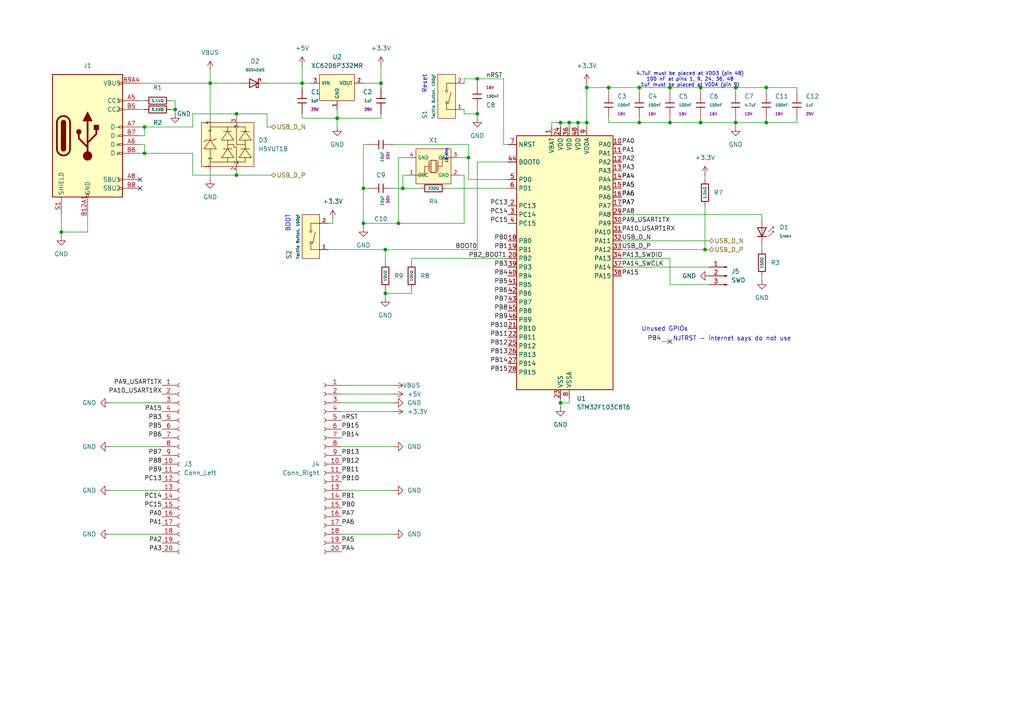
<source format=kicad_sch>
(kicad_sch
	(version 20250114)
	(generator "eeschema")
	(generator_version "9.0")
	(uuid "bca8bde7-1b71-423e-908f-8c2dd8a84df5")
	(paper "A4")
	(title_block
		(title "Pico STM32")
		(date "2025-09-05")
		(rev "1")
		(comment 1 "Copyright (c) 2025 Matthias Blankertz")
		(comment 2 "CC BY-SA 4.0")
	)
	
	(text "NJTRST - internet says do not use"
		(exclude_from_sim no)
		(at 212.344 98.298 0)
		(effects
			(font
				(size 1.27 1.27)
			)
		)
		(uuid "0de98a85-2cf7-4432-8650-a2f6ff1bb2bd")
	)
	(text "Unused GPIOs"
		(exclude_from_sim no)
		(at 192.786 95.504 0)
		(effects
			(font
				(size 1.27 1.27)
			)
		)
		(uuid "51c5eb60-337e-43b4-95ae-026a33312373")
	)
	(text "Reset"
		(exclude_from_sim no)
		(at 123.19 24.384 90)
		(effects
			(font
				(size 1.27 1.27)
			)
		)
		(uuid "9a0703c5-db31-4511-9301-5a1903bf4966")
	)
	(text "4.7uF must be placed at VDD3 (pin 48)\n100 nF at pins 1, 9, 24, 36, 48\n1uF must be placed at VDDA (pin 9)"
		(exclude_from_sim no)
		(at 200.152 23.114 0)
		(effects
			(font
				(size 1.016 1.016)
			)
		)
		(uuid "c7e8d18a-83ac-42b2-b506-7ba9b37b65f6")
	)
	(text "16 MHz"
		(exclude_from_sim no)
		(at 129.54 45.212 90)
		(effects
			(font
				(size 0.762 0.762)
			)
		)
		(uuid "d70d4257-6159-4ffa-9b12-2196703641cd")
	)
	(text "BOOT"
		(exclude_from_sim no)
		(at 83.566 64.77 90)
		(effects
			(font
				(size 1.27 1.27)
			)
		)
		(uuid "ff9fd2b2-9856-4537-9308-a463976340e4")
	)
	(junction
		(at 203.2 25.4)
		(diameter 0)
		(color 0 0 0 0)
		(uuid "065d8a08-0cc0-4d88-93a7-88b3b725b494")
	)
	(junction
		(at 50.8 31.75)
		(diameter 0)
		(color 0 0 0 0)
		(uuid "103c7078-b091-486c-9961-270d20c5fa4e")
	)
	(junction
		(at 105.41 54.61)
		(diameter 0)
		(color 0 0 0 0)
		(uuid "15413b07-760e-4612-bdb9-0c7dc4b805d0")
	)
	(junction
		(at 213.36 25.4)
		(diameter 0)
		(color 0 0 0 0)
		(uuid "1601b92f-71d9-4d86-992f-e61561130e14")
	)
	(junction
		(at 222.25 35.56)
		(diameter 0)
		(color 0 0 0 0)
		(uuid "19a2cf5b-9725-4a3c-8b9f-e3c7c652bc31")
	)
	(junction
		(at 105.41 64.77)
		(diameter 0)
		(color 0 0 0 0)
		(uuid "22183a79-352a-418e-9410-a081164910ab")
	)
	(junction
		(at 203.2 35.56)
		(diameter 0)
		(color 0 0 0 0)
		(uuid "2256fbd7-88da-4f86-8f52-e23ea7cebfa7")
	)
	(junction
		(at 162.56 116.84)
		(diameter 0)
		(color 0 0 0 0)
		(uuid "22ab1ee4-2596-4380-9289-7f99fefe9254")
	)
	(junction
		(at 138.43 22.86)
		(diameter 0)
		(color 0 0 0 0)
		(uuid "3168e21e-0f18-4020-9e1f-501e6a239c70")
	)
	(junction
		(at 116.84 54.61)
		(diameter 0)
		(color 0 0 0 0)
		(uuid "31dc9896-b36e-4eb4-8221-3d36e75247b5")
	)
	(junction
		(at 170.18 25.4)
		(diameter 0)
		(color 0 0 0 0)
		(uuid "33557d0c-5f70-4546-b478-094749793f07")
	)
	(junction
		(at 60.96 24.13)
		(diameter 0)
		(color 0 0 0 0)
		(uuid "39379791-c3bd-42da-9fb4-e87dd35b049b")
	)
	(junction
		(at 135.89 45.72)
		(diameter 0)
		(color 0 0 0 0)
		(uuid "3bd1067e-9fd9-4086-965a-3281a748804c")
	)
	(junction
		(at 68.58 50.8)
		(diameter 0)
		(color 0 0 0 0)
		(uuid "40f9cd4a-c934-47eb-b2ea-f151930eb46c")
	)
	(junction
		(at 185.42 25.4)
		(diameter 0)
		(color 0 0 0 0)
		(uuid "421724ed-ba9d-40d5-ba96-d9a8c55a9714")
	)
	(junction
		(at 110.49 24.13)
		(diameter 0)
		(color 0 0 0 0)
		(uuid "42ae7fa7-975c-4b9d-b61d-3b1757a0069f")
	)
	(junction
		(at 111.76 85.09)
		(diameter 0)
		(color 0 0 0 0)
		(uuid "4d000e9b-0676-4130-8f84-9d575bbaad57")
	)
	(junction
		(at 97.79 34.29)
		(diameter 0)
		(color 0 0 0 0)
		(uuid "620764c7-ce98-46b8-b03c-0dbce2e45af6")
	)
	(junction
		(at 167.64 35.56)
		(diameter 0)
		(color 0 0 0 0)
		(uuid "66aac186-b291-4fe5-abe7-3a005b31ce99")
	)
	(junction
		(at 194.31 25.4)
		(diameter 0)
		(color 0 0 0 0)
		(uuid "6725ce9c-ae8a-47d4-9e38-e905d0b3fd56")
	)
	(junction
		(at 87.63 24.13)
		(diameter 0)
		(color 0 0 0 0)
		(uuid "6e235f37-832b-40f5-a0bf-3837196270f2")
	)
	(junction
		(at 194.31 35.56)
		(diameter 0)
		(color 0 0 0 0)
		(uuid "77408af2-dee7-4b01-a160-e8b02254cd01")
	)
	(junction
		(at 185.42 35.56)
		(diameter 0)
		(color 0 0 0 0)
		(uuid "7970cdca-f962-4fae-a2b9-79985e96f473")
	)
	(junction
		(at 138.43 33.02)
		(diameter 0)
		(color 0 0 0 0)
		(uuid "8a7e82f3-8b14-42eb-be7f-be9905854acb")
	)
	(junction
		(at 41.91 44.45)
		(diameter 0)
		(color 0 0 0 0)
		(uuid "8d4d15e1-4622-4cfe-b72c-4bf1da183c0d")
	)
	(junction
		(at 165.1 35.56)
		(diameter 0)
		(color 0 0 0 0)
		(uuid "8ef48f3c-8372-4c96-90cc-688723088ee1")
	)
	(junction
		(at 162.56 35.56)
		(diameter 0)
		(color 0 0 0 0)
		(uuid "a777e426-f8d4-4d8e-a435-9f441d9ef241")
	)
	(junction
		(at 41.91 36.83)
		(diameter 0)
		(color 0 0 0 0)
		(uuid "b5ab0001-2136-4ab1-bc5c-218a0e327219")
	)
	(junction
		(at 115.57 64.77)
		(diameter 0)
		(color 0 0 0 0)
		(uuid "b9cee908-3d90-4d61-9acc-17cc3c752272")
	)
	(junction
		(at 176.53 25.4)
		(diameter 0)
		(color 0 0 0 0)
		(uuid "ba64f704-a023-4e84-b7c2-d42a5b748be0")
	)
	(junction
		(at 213.36 35.56)
		(diameter 0)
		(color 0 0 0 0)
		(uuid "c4958850-2520-437e-aee3-6ff0c9affc38")
	)
	(junction
		(at 170.18 35.56)
		(diameter 0)
		(color 0 0 0 0)
		(uuid "c899ae2f-4d41-4937-83b2-60035a1b6714")
	)
	(junction
		(at 204.47 72.39)
		(diameter 0)
		(color 0 0 0 0)
		(uuid "d030c756-8d9e-47a4-b01d-db1461876246")
	)
	(junction
		(at 111.76 72.39)
		(diameter 0)
		(color 0 0 0 0)
		(uuid "dd713638-8330-4d4e-9166-53531f6c61f5")
	)
	(junction
		(at 17.78 67.31)
		(diameter 0)
		(color 0 0 0 0)
		(uuid "e7fa8d3e-ffba-42d6-be8b-be07b35b23f8")
	)
	(junction
		(at 222.25 25.4)
		(diameter 0)
		(color 0 0 0 0)
		(uuid "f3a73adf-cd0b-42b8-83a3-441222f4b673")
	)
	(junction
		(at 68.58 33.02)
		(diameter 0)
		(color 0 0 0 0)
		(uuid "ffcf2942-a867-4fb0-9195-2750b27e5bee")
	)
	(no_connect
		(at 194.31 99.06)
		(uuid "2fd8e26c-4b23-4d9a-af38-2827c630dbcc")
	)
	(no_connect
		(at 40.64 54.61)
		(uuid "61e97ce0-595b-4816-b242-ef03e6c1d88d")
	)
	(no_connect
		(at 40.64 52.07)
		(uuid "e26ebe01-87ae-47ba-b97c-8ecb0eacd3b8")
	)
	(wire
		(pts
			(xy 222.25 25.4) (xy 231.14 25.4)
		)
		(stroke
			(width 0)
			(type default)
		)
		(uuid "0097b037-4430-45fb-946c-85f1fccc3d5c")
	)
	(wire
		(pts
			(xy 134.62 22.86) (xy 138.43 22.86)
		)
		(stroke
			(width 0)
			(type default)
		)
		(uuid "01a399c0-6e15-4412-b830-f88338aed5c0")
	)
	(wire
		(pts
			(xy 55.88 44.45) (xy 55.88 50.8)
		)
		(stroke
			(width 0)
			(type default)
		)
		(uuid "025f99fc-5cfb-481d-af4b-03cd703bb5eb")
	)
	(wire
		(pts
			(xy 213.36 35.56) (xy 213.36 36.83)
		)
		(stroke
			(width 0)
			(type default)
		)
		(uuid "0335a1b6-4505-4c65-aec4-b4419a7c90df")
	)
	(wire
		(pts
			(xy 176.53 35.56) (xy 185.42 35.56)
		)
		(stroke
			(width 0)
			(type default)
		)
		(uuid "03b490e4-dd04-4143-a932-6702d34fa076")
	)
	(wire
		(pts
			(xy 213.36 35.56) (xy 213.36 34.29)
		)
		(stroke
			(width 0)
			(type default)
		)
		(uuid "04d76157-c9e0-4f02-8ce2-0e6d5c6f2f8f")
	)
	(wire
		(pts
			(xy 105.41 24.13) (xy 110.49 24.13)
		)
		(stroke
			(width 0)
			(type default)
		)
		(uuid "0515086f-5e22-49a5-8cf4-bf8e1000405c")
	)
	(wire
		(pts
			(xy 203.2 25.4) (xy 213.36 25.4)
		)
		(stroke
			(width 0)
			(type default)
		)
		(uuid "054c11d5-3d3c-4a03-aecc-6f4cf8aaead7")
	)
	(wire
		(pts
			(xy 87.63 33.02) (xy 87.63 34.29)
		)
		(stroke
			(width 0)
			(type default)
		)
		(uuid "070387b7-ff1c-4274-a63e-8e3660f735e1")
	)
	(wire
		(pts
			(xy 49.53 31.75) (xy 50.8 31.75)
		)
		(stroke
			(width 0)
			(type default)
		)
		(uuid "080f2a0c-6364-4bc3-9dbe-a067f2dfae67")
	)
	(wire
		(pts
			(xy 87.63 34.29) (xy 97.79 34.29)
		)
		(stroke
			(width 0)
			(type default)
		)
		(uuid "0916beaf-0094-4039-ab6a-f282d0a67c2e")
	)
	(wire
		(pts
			(xy 97.79 34.29) (xy 97.79 31.75)
		)
		(stroke
			(width 0)
			(type default)
		)
		(uuid "09549a0d-a9e2-4c94-82cd-ab6ed0a441ae")
	)
	(wire
		(pts
			(xy 203.2 35.56) (xy 213.36 35.56)
		)
		(stroke
			(width 0)
			(type default)
		)
		(uuid "0959e677-dfa9-4599-8694-5c5972fb2803")
	)
	(wire
		(pts
			(xy 105.41 64.77) (xy 115.57 64.77)
		)
		(stroke
			(width 0)
			(type default)
		)
		(uuid "0a416143-23ac-4545-8eef-ae880ecaf102")
	)
	(wire
		(pts
			(xy 116.84 50.8) (xy 116.84 54.61)
		)
		(stroke
			(width 0)
			(type default)
		)
		(uuid "0bbe351f-858d-4703-9800-dfa250a21279")
	)
	(wire
		(pts
			(xy 180.34 69.85) (xy 205.74 69.85)
		)
		(stroke
			(width 0)
			(type default)
		)
		(uuid "0c716ca3-2f56-4720-b4fb-38ed53141421")
	)
	(wire
		(pts
			(xy 170.18 25.4) (xy 170.18 35.56)
		)
		(stroke
			(width 0)
			(type default)
		)
		(uuid "0dc1b9f6-fd19-4414-bbc7-a91b4ad0c94b")
	)
	(wire
		(pts
			(xy 162.56 116.84) (xy 165.1 116.84)
		)
		(stroke
			(width 0)
			(type default)
		)
		(uuid "1130cc5e-8c8f-4bba-8f88-734b69ea4242")
	)
	(wire
		(pts
			(xy 40.64 36.83) (xy 41.91 36.83)
		)
		(stroke
			(width 0)
			(type default)
		)
		(uuid "12413652-0b9f-4790-a2a4-29086e8028a6")
	)
	(wire
		(pts
			(xy 77.47 33.02) (xy 77.47 36.83)
		)
		(stroke
			(width 0)
			(type default)
		)
		(uuid "1267a572-437c-4566-901f-822f6affe4ba")
	)
	(wire
		(pts
			(xy 185.42 25.4) (xy 185.42 26.67)
		)
		(stroke
			(width 0)
			(type default)
		)
		(uuid "13c4b3f7-53e7-4d41-bcbc-cab04e3563b1")
	)
	(wire
		(pts
			(xy 134.62 33.02) (xy 138.43 33.02)
		)
		(stroke
			(width 0)
			(type default)
		)
		(uuid "170ad039-596f-4980-8d32-15cf9b269ed2")
	)
	(wire
		(pts
			(xy 194.31 34.29) (xy 194.31 35.56)
		)
		(stroke
			(width 0)
			(type default)
		)
		(uuid "182e5232-0c66-4c2a-b93d-96a3c0e83063")
	)
	(wire
		(pts
			(xy 180.34 62.23) (xy 220.98 62.23)
		)
		(stroke
			(width 0)
			(type default)
		)
		(uuid "199197cb-5c7d-4b75-a7f4-03731f27ec87")
	)
	(wire
		(pts
			(xy 49.53 29.21) (xy 50.8 29.21)
		)
		(stroke
			(width 0)
			(type default)
		)
		(uuid "1b92e1a4-a62e-4999-bf30-81ac6f03a045")
	)
	(wire
		(pts
			(xy 68.58 49.53) (xy 68.58 50.8)
		)
		(stroke
			(width 0)
			(type default)
		)
		(uuid "1c618875-916e-4473-b51f-fbc7fb6be22e")
	)
	(wire
		(pts
			(xy 170.18 25.4) (xy 176.53 25.4)
		)
		(stroke
			(width 0)
			(type default)
		)
		(uuid "1d39a21f-7fb8-40b4-a13a-05bc329a7dfe")
	)
	(wire
		(pts
			(xy 110.49 19.05) (xy 110.49 24.13)
		)
		(stroke
			(width 0)
			(type default)
		)
		(uuid "1e84ca28-2ec2-4e4e-82ca-93dce779b195")
	)
	(wire
		(pts
			(xy 17.78 62.23) (xy 17.78 67.31)
		)
		(stroke
			(width 0)
			(type default)
		)
		(uuid "1f7b27e2-730c-4e88-b93d-8646c59b1bf4")
	)
	(wire
		(pts
			(xy 31.75 116.84) (xy 46.99 116.84)
		)
		(stroke
			(width 0)
			(type default)
		)
		(uuid "212f67e9-6148-4350-97ab-ac8bf9b0c148")
	)
	(wire
		(pts
			(xy 176.53 25.4) (xy 185.42 25.4)
		)
		(stroke
			(width 0)
			(type default)
		)
		(uuid "21ff2cbd-ece2-4314-af13-f0b02aefb6b3")
	)
	(wire
		(pts
			(xy 185.42 34.29) (xy 185.42 35.56)
		)
		(stroke
			(width 0)
			(type default)
		)
		(uuid "223195bf-982a-47bf-b7a1-05cafeb5433d")
	)
	(wire
		(pts
			(xy 194.31 74.93) (xy 194.31 82.55)
		)
		(stroke
			(width 0)
			(type default)
		)
		(uuid "258b7637-24cf-44b1-944f-558602ab9940")
	)
	(wire
		(pts
			(xy 106.68 41.91) (xy 105.41 41.91)
		)
		(stroke
			(width 0)
			(type default)
		)
		(uuid "2940b18d-0e4b-44f8-a084-c9f4a533d28b")
	)
	(wire
		(pts
			(xy 180.34 74.93) (xy 194.31 74.93)
		)
		(stroke
			(width 0)
			(type default)
		)
		(uuid "2c503e6f-8d32-46eb-ab74-8d2fc071f6a6")
	)
	(wire
		(pts
			(xy 41.91 36.83) (xy 55.88 36.83)
		)
		(stroke
			(width 0)
			(type default)
		)
		(uuid "2cabf226-415f-4a5f-911f-fc9459423348")
	)
	(wire
		(pts
			(xy 40.64 29.21) (xy 41.91 29.21)
		)
		(stroke
			(width 0)
			(type default)
		)
		(uuid "2ec23ed1-7b31-4876-9b3e-68d82f31f9a1")
	)
	(wire
		(pts
			(xy 204.47 72.39) (xy 205.74 72.39)
		)
		(stroke
			(width 0)
			(type default)
		)
		(uuid "30ec33a5-b646-405b-978c-70c5609ceeb1")
	)
	(wire
		(pts
			(xy 40.64 24.13) (xy 60.96 24.13)
		)
		(stroke
			(width 0)
			(type default)
		)
		(uuid "3187461c-d0a8-464d-98eb-213fcea72b62")
	)
	(wire
		(pts
			(xy 191.77 99.06) (xy 194.31 99.06)
		)
		(stroke
			(width 0)
			(type default)
		)
		(uuid "32236a9c-30d4-42a8-8fa6-3ef673c95b64")
	)
	(wire
		(pts
			(xy 105.41 66.04) (xy 105.41 64.77)
		)
		(stroke
			(width 0)
			(type default)
		)
		(uuid "3455cfc2-b98b-4e08-93da-14d84a0d30da")
	)
	(wire
		(pts
			(xy 162.56 116.84) (xy 162.56 118.11)
		)
		(stroke
			(width 0)
			(type default)
		)
		(uuid "345ad477-02fa-4d31-9efe-bcc6f2559e7c")
	)
	(wire
		(pts
			(xy 203.2 34.29) (xy 203.2 35.56)
		)
		(stroke
			(width 0)
			(type default)
		)
		(uuid "348ba0ac-8c92-4d0a-acb7-ec44b778b247")
	)
	(wire
		(pts
			(xy 134.62 24.13) (xy 134.62 22.86)
		)
		(stroke
			(width 0)
			(type default)
		)
		(uuid "364ed3ba-985f-4b25-a7e7-32aa150174dc")
	)
	(wire
		(pts
			(xy 220.98 80.01) (xy 220.98 81.28)
		)
		(stroke
			(width 0)
			(type default)
		)
		(uuid "371470ff-1404-48bd-9243-660b7f58cbe8")
	)
	(wire
		(pts
			(xy 55.88 33.02) (xy 68.58 33.02)
		)
		(stroke
			(width 0)
			(type default)
		)
		(uuid "37d82733-bf15-4813-a930-80c99bd97352")
	)
	(wire
		(pts
			(xy 114.3 111.76) (xy 99.06 111.76)
		)
		(stroke
			(width 0)
			(type default)
		)
		(uuid "385beb60-4fe4-4cd3-948b-867d317a9935")
	)
	(wire
		(pts
			(xy 170.18 35.56) (xy 170.18 36.83)
		)
		(stroke
			(width 0)
			(type default)
		)
		(uuid "3be7f800-4021-4a45-a761-a596f8f144aa")
	)
	(wire
		(pts
			(xy 220.98 71.12) (xy 220.98 72.39)
		)
		(stroke
			(width 0)
			(type default)
		)
		(uuid "3f809cb4-0527-489a-9dac-70c3ca52fa9a")
	)
	(wire
		(pts
			(xy 25.4 67.31) (xy 25.4 62.23)
		)
		(stroke
			(width 0)
			(type default)
		)
		(uuid "40f8939b-0785-4ada-a543-c82c5669a1b1")
	)
	(wire
		(pts
			(xy 111.76 72.39) (xy 138.43 72.39)
		)
		(stroke
			(width 0)
			(type default)
		)
		(uuid "434f09b7-54f7-441e-8876-c781ee887611")
	)
	(wire
		(pts
			(xy 55.88 36.83) (xy 55.88 33.02)
		)
		(stroke
			(width 0)
			(type default)
		)
		(uuid "46f8deeb-caad-4424-9499-0c11808603cb")
	)
	(wire
		(pts
			(xy 147.32 46.99) (xy 138.43 46.99)
		)
		(stroke
			(width 0)
			(type default)
		)
		(uuid "476d73e8-0433-4fa3-a3da-b352adea2c0d")
	)
	(wire
		(pts
			(xy 213.36 35.56) (xy 222.25 35.56)
		)
		(stroke
			(width 0)
			(type default)
		)
		(uuid "49a21735-870a-4e5f-85a5-bb8c80248446")
	)
	(wire
		(pts
			(xy 111.76 72.39) (xy 111.76 76.2)
		)
		(stroke
			(width 0)
			(type default)
		)
		(uuid "4d00e364-1bd6-4eb7-9eae-4dffd132e4ef")
	)
	(wire
		(pts
			(xy 110.49 34.29) (xy 97.79 34.29)
		)
		(stroke
			(width 0)
			(type default)
		)
		(uuid "51cf0bf4-f4e0-4c33-b39d-a40ffee22c2d")
	)
	(wire
		(pts
			(xy 96.52 63.5) (xy 96.52 64.77)
		)
		(stroke
			(width 0)
			(type default)
		)
		(uuid "5207621d-c25b-4b36-9b52-4e922fda3dbe")
	)
	(wire
		(pts
			(xy 133.35 45.72) (xy 135.89 45.72)
		)
		(stroke
			(width 0)
			(type default)
		)
		(uuid "55ec3e1f-eaf9-48d7-984d-4fbcc3489f73")
	)
	(wire
		(pts
			(xy 105.41 64.77) (xy 105.41 54.61)
		)
		(stroke
			(width 0)
			(type default)
		)
		(uuid "56ced05a-af91-4822-a88e-1fd969b3db06")
	)
	(wire
		(pts
			(xy 114.3 54.61) (xy 116.84 54.61)
		)
		(stroke
			(width 0)
			(type default)
		)
		(uuid "5926bfd7-bb33-4c3f-b86a-0d6a379dfaf6")
	)
	(wire
		(pts
			(xy 194.31 25.4) (xy 185.42 25.4)
		)
		(stroke
			(width 0)
			(type default)
		)
		(uuid "593e1593-5ba3-4e65-aed3-72d4ab1e5b71")
	)
	(wire
		(pts
			(xy 114.3 116.84) (xy 99.06 116.84)
		)
		(stroke
			(width 0)
			(type default)
		)
		(uuid "593e2651-fdab-40bc-a01e-0ce3da57d4f5")
	)
	(wire
		(pts
			(xy 68.58 33.02) (xy 77.47 33.02)
		)
		(stroke
			(width 0)
			(type default)
		)
		(uuid "5b97d234-e498-4d8b-80c5-25087c37c863")
	)
	(wire
		(pts
			(xy 60.96 20.32) (xy 60.96 24.13)
		)
		(stroke
			(width 0)
			(type default)
		)
		(uuid "5f5bc9cd-f563-4fad-be54-78bdab75c228")
	)
	(wire
		(pts
			(xy 213.36 25.4) (xy 222.25 25.4)
		)
		(stroke
			(width 0)
			(type default)
		)
		(uuid "6083a791-9ce7-4fd8-816c-837580603d6b")
	)
	(wire
		(pts
			(xy 165.1 35.56) (xy 165.1 36.83)
		)
		(stroke
			(width 0)
			(type default)
		)
		(uuid "60847e99-495e-4112-880b-f814aee5838f")
	)
	(wire
		(pts
			(xy 114.3 154.94) (xy 99.06 154.94)
		)
		(stroke
			(width 0)
			(type default)
		)
		(uuid "60ec02ad-8b01-40dd-bd3c-76b4f7e4c1d4")
	)
	(wire
		(pts
			(xy 110.49 33.02) (xy 110.49 34.29)
		)
		(stroke
			(width 0)
			(type default)
		)
		(uuid "625a30e7-9564-47a8-8c9f-7208fbb65b67")
	)
	(wire
		(pts
			(xy 176.53 25.4) (xy 176.53 26.67)
		)
		(stroke
			(width 0)
			(type default)
		)
		(uuid "62cf9b78-46d6-488c-ae7a-113b09b3d341")
	)
	(wire
		(pts
			(xy 40.64 41.91) (xy 41.91 41.91)
		)
		(stroke
			(width 0)
			(type default)
		)
		(uuid "643bbc9e-2b05-4175-8968-57a98c401ed5")
	)
	(wire
		(pts
			(xy 114.3 129.54) (xy 99.06 129.54)
		)
		(stroke
			(width 0)
			(type default)
		)
		(uuid "6449dbc7-12a0-4677-984d-6f0b63ee6f63")
	)
	(wire
		(pts
			(xy 165.1 35.56) (xy 167.64 35.56)
		)
		(stroke
			(width 0)
			(type default)
		)
		(uuid "6476b196-d7e0-4527-8a59-ede3b00abf97")
	)
	(wire
		(pts
			(xy 162.56 35.56) (xy 165.1 35.56)
		)
		(stroke
			(width 0)
			(type default)
		)
		(uuid "68a14b13-3827-47ec-99e2-c6962b022a67")
	)
	(wire
		(pts
			(xy 222.25 35.56) (xy 231.14 35.56)
		)
		(stroke
			(width 0)
			(type default)
		)
		(uuid "6c658b45-4020-4105-963e-b3676651ba6d")
	)
	(wire
		(pts
			(xy 204.47 50.8) (xy 204.47 52.07)
		)
		(stroke
			(width 0)
			(type default)
		)
		(uuid "6f456bcd-5d4d-471d-8e13-4ead500dc0d5")
	)
	(wire
		(pts
			(xy 111.76 83.82) (xy 111.76 85.09)
		)
		(stroke
			(width 0)
			(type default)
		)
		(uuid "71e95f9f-6ec9-4d5a-876a-9f73ed21d449")
	)
	(wire
		(pts
			(xy 115.57 64.77) (xy 134.62 64.77)
		)
		(stroke
			(width 0)
			(type default)
		)
		(uuid "73e47769-26b0-4b08-8758-a472b76152f9")
	)
	(wire
		(pts
			(xy 222.25 25.4) (xy 222.25 26.67)
		)
		(stroke
			(width 0)
			(type default)
		)
		(uuid "794ab667-c11b-4dfa-a362-8da8bdbce002")
	)
	(wire
		(pts
			(xy 146.05 41.91) (xy 147.32 41.91)
		)
		(stroke
			(width 0)
			(type default)
		)
		(uuid "7a0c1037-10fe-4d94-80a9-a067a8220228")
	)
	(wire
		(pts
			(xy 165.1 116.84) (xy 165.1 115.57)
		)
		(stroke
			(width 0)
			(type default)
		)
		(uuid "7a45c7c6-fe16-4faf-b666-de1a35a6741c")
	)
	(wire
		(pts
			(xy 194.31 25.4) (xy 194.31 26.67)
		)
		(stroke
			(width 0)
			(type default)
		)
		(uuid "7c22b9eb-d6e1-429e-ad7e-66f60c5a577c")
	)
	(wire
		(pts
			(xy 41.91 36.83) (xy 41.91 39.37)
		)
		(stroke
			(width 0)
			(type default)
		)
		(uuid "7c9eec9e-c747-4d50-8381-d15948de8d34")
	)
	(wire
		(pts
			(xy 138.43 46.99) (xy 138.43 72.39)
		)
		(stroke
			(width 0)
			(type default)
		)
		(uuid "81d8f5c0-f239-4e87-82db-54a04d48fd56")
	)
	(wire
		(pts
			(xy 134.62 33.02) (xy 134.62 31.75)
		)
		(stroke
			(width 0)
			(type default)
		)
		(uuid "85ce16ca-c2c7-43e9-b757-17791e05c255")
	)
	(wire
		(pts
			(xy 87.63 24.13) (xy 87.63 25.4)
		)
		(stroke
			(width 0)
			(type default)
		)
		(uuid "88784411-f0ff-47fc-8395-fc5b74e6deca")
	)
	(wire
		(pts
			(xy 134.62 50.8) (xy 134.62 64.77)
		)
		(stroke
			(width 0)
			(type default)
		)
		(uuid "88ec6734-e02f-4e96-8eef-7909f2a95585")
	)
	(wire
		(pts
			(xy 106.68 54.61) (xy 105.41 54.61)
		)
		(stroke
			(width 0)
			(type default)
		)
		(uuid "89425256-6e23-45aa-861d-09d30ab10d1a")
	)
	(wire
		(pts
			(xy 96.52 64.77) (xy 95.25 64.77)
		)
		(stroke
			(width 0)
			(type default)
		)
		(uuid "8ab917fe-0a88-41e1-8227-5db2998ccc87")
	)
	(wire
		(pts
			(xy 50.8 31.75) (xy 50.8 33.02)
		)
		(stroke
			(width 0)
			(type default)
		)
		(uuid "8ac1172b-49cf-4729-82d7-4c44a1317776")
	)
	(wire
		(pts
			(xy 162.56 35.56) (xy 162.56 36.83)
		)
		(stroke
			(width 0)
			(type default)
		)
		(uuid "8b61a8ee-9183-4762-a892-38f93772fb54")
	)
	(wire
		(pts
			(xy 160.02 35.56) (xy 162.56 35.56)
		)
		(stroke
			(width 0)
			(type default)
		)
		(uuid "8cd46e7a-1013-439f-bf84-de2ebe9b4d59")
	)
	(wire
		(pts
			(xy 68.58 33.02) (xy 68.58 34.29)
		)
		(stroke
			(width 0)
			(type default)
		)
		(uuid "8eec735f-fd3f-4c75-a448-09687b31c790")
	)
	(wire
		(pts
			(xy 180.34 72.39) (xy 204.47 72.39)
		)
		(stroke
			(width 0)
			(type default)
		)
		(uuid "8f783960-9575-487d-b5df-a8b4e4c07913")
	)
	(wire
		(pts
			(xy 50.8 29.21) (xy 50.8 31.75)
		)
		(stroke
			(width 0)
			(type default)
		)
		(uuid "8f8fd213-4471-4323-b070-8d637ffd645e")
	)
	(wire
		(pts
			(xy 77.47 24.13) (xy 87.63 24.13)
		)
		(stroke
			(width 0)
			(type default)
		)
		(uuid "91c8da10-ccea-456b-ac64-1f17854e80c6")
	)
	(wire
		(pts
			(xy 111.76 85.09) (xy 111.76 86.36)
		)
		(stroke
			(width 0)
			(type default)
		)
		(uuid "91e6f490-4c2c-40fa-bb65-7b33ff67c893")
	)
	(wire
		(pts
			(xy 138.43 33.02) (xy 138.43 34.29)
		)
		(stroke
			(width 0)
			(type default)
		)
		(uuid "957be608-b024-4b9f-9954-bdcfeea0a048")
	)
	(wire
		(pts
			(xy 114.3 41.91) (xy 135.89 41.91)
		)
		(stroke
			(width 0)
			(type default)
		)
		(uuid "9610f41a-174e-4b23-a50b-78ec3609df28")
	)
	(wire
		(pts
			(xy 176.53 34.29) (xy 176.53 35.56)
		)
		(stroke
			(width 0)
			(type default)
		)
		(uuid "9a03175a-7f65-4cd6-a3d7-9ac4bd3ef52a")
	)
	(wire
		(pts
			(xy 118.11 45.72) (xy 115.57 45.72)
		)
		(stroke
			(width 0)
			(type default)
		)
		(uuid "9e301703-c39c-4c36-926f-9978f197300b")
	)
	(wire
		(pts
			(xy 60.96 24.13) (xy 60.96 34.29)
		)
		(stroke
			(width 0)
			(type default)
		)
		(uuid "9ece7b7b-3ce5-4614-8889-d228f80a72de")
	)
	(wire
		(pts
			(xy 170.18 24.13) (xy 170.18 25.4)
		)
		(stroke
			(width 0)
			(type default)
		)
		(uuid "9f94deb8-f3e5-4fd5-bcb6-627f38bb2e8a")
	)
	(wire
		(pts
			(xy 99.06 119.38) (xy 114.3 119.38)
		)
		(stroke
			(width 0)
			(type default)
		)
		(uuid "a1ff2e65-29cd-4bff-8467-8448f3a52a47")
	)
	(wire
		(pts
			(xy 231.14 25.4) (xy 231.14 26.67)
		)
		(stroke
			(width 0)
			(type default)
		)
		(uuid "a53ff22a-13d9-4ec1-9ac8-0f70cb53e0ef")
	)
	(wire
		(pts
			(xy 114.3 114.3) (xy 99.06 114.3)
		)
		(stroke
			(width 0)
			(type default)
		)
		(uuid "a6e5fe24-7338-4132-ab2e-e15765defd5a")
	)
	(wire
		(pts
			(xy 146.05 22.86) (xy 146.05 41.91)
		)
		(stroke
			(width 0)
			(type default)
		)
		(uuid "a7ac0b92-8565-471f-8b72-b30223f713d6")
	)
	(wire
		(pts
			(xy 204.47 59.69) (xy 204.47 72.39)
		)
		(stroke
			(width 0)
			(type default)
		)
		(uuid "a832cf45-ef5d-4e25-a7df-75b2dd1aa2cc")
	)
	(wire
		(pts
			(xy 105.41 54.61) (xy 105.41 41.91)
		)
		(stroke
			(width 0)
			(type default)
		)
		(uuid "a92bc40f-0094-4c69-899a-49a6dae6b7ae")
	)
	(wire
		(pts
			(xy 17.78 67.31) (xy 17.78 68.58)
		)
		(stroke
			(width 0)
			(type default)
		)
		(uuid "aa408401-686e-4243-92a8-8ca2f34ad7eb")
	)
	(wire
		(pts
			(xy 135.89 45.72) (xy 135.89 41.91)
		)
		(stroke
			(width 0)
			(type default)
		)
		(uuid "aad93ab5-c463-4c2b-ba4c-75c4d8ecbae9")
	)
	(wire
		(pts
			(xy 77.47 36.83) (xy 78.74 36.83)
		)
		(stroke
			(width 0)
			(type default)
		)
		(uuid "abd2cdd9-7019-4ba9-8830-0aa21b520789")
	)
	(wire
		(pts
			(xy 31.75 129.54) (xy 46.99 129.54)
		)
		(stroke
			(width 0)
			(type default)
		)
		(uuid "ac809e06-9f7e-4404-ac2f-24c6f4e46ed7")
	)
	(wire
		(pts
			(xy 194.31 35.56) (xy 203.2 35.56)
		)
		(stroke
			(width 0)
			(type default)
		)
		(uuid "b28a9049-19e9-4276-824a-2c282c5a92db")
	)
	(wire
		(pts
			(xy 185.42 35.56) (xy 194.31 35.56)
		)
		(stroke
			(width 0)
			(type default)
		)
		(uuid "b4392472-d169-41d6-bce0-df269c3cba02")
	)
	(wire
		(pts
			(xy 87.63 19.05) (xy 87.63 24.13)
		)
		(stroke
			(width 0)
			(type default)
		)
		(uuid "b4b17d82-abed-43a0-b91b-ac4a5ab9120a")
	)
	(wire
		(pts
			(xy 95.25 72.39) (xy 111.76 72.39)
		)
		(stroke
			(width 0)
			(type default)
		)
		(uuid "b53c2633-43a0-4d31-b497-3305b05e9b37")
	)
	(wire
		(pts
			(xy 133.35 50.8) (xy 134.62 50.8)
		)
		(stroke
			(width 0)
			(type default)
		)
		(uuid "b84f4aad-639d-4cd9-9484-9add37f0da39")
	)
	(wire
		(pts
			(xy 213.36 26.67) (xy 213.36 25.4)
		)
		(stroke
			(width 0)
			(type default)
		)
		(uuid "b8e813b3-9a73-4495-a4f5-7d912f53d029")
	)
	(wire
		(pts
			(xy 97.79 36.83) (xy 97.79 34.29)
		)
		(stroke
			(width 0)
			(type default)
		)
		(uuid "b911981b-d832-4ba3-870a-6bbb71fd1e81")
	)
	(wire
		(pts
			(xy 17.78 67.31) (xy 25.4 67.31)
		)
		(stroke
			(width 0)
			(type default)
		)
		(uuid "bbcde3bb-2163-496b-90f4-7391bebea132")
	)
	(wire
		(pts
			(xy 135.89 52.07) (xy 135.89 45.72)
		)
		(stroke
			(width 0)
			(type default)
		)
		(uuid "bcdc975d-2a05-474b-9281-d30664d6a32a")
	)
	(wire
		(pts
			(xy 55.88 50.8) (xy 68.58 50.8)
		)
		(stroke
			(width 0)
			(type default)
		)
		(uuid "bda5570b-be94-4dfd-ab66-ab9d7e222b0d")
	)
	(wire
		(pts
			(xy 222.25 35.56) (xy 222.25 34.29)
		)
		(stroke
			(width 0)
			(type default)
		)
		(uuid "c08427e8-30af-47ba-8bfa-50669b208c8d")
	)
	(wire
		(pts
			(xy 220.98 62.23) (xy 220.98 63.5)
		)
		(stroke
			(width 0)
			(type default)
		)
		(uuid "c261f353-d894-411c-8c3c-87aee846fcfe")
	)
	(wire
		(pts
			(xy 114.3 142.24) (xy 99.06 142.24)
		)
		(stroke
			(width 0)
			(type default)
		)
		(uuid "c3a628f3-16ca-4308-9705-79b7f122d855")
	)
	(wire
		(pts
			(xy 203.2 25.4) (xy 203.2 26.67)
		)
		(stroke
			(width 0)
			(type default)
		)
		(uuid "c4ae7d83-7d30-4083-badd-d0aa6cef50df")
	)
	(wire
		(pts
			(xy 231.14 35.56) (xy 231.14 34.29)
		)
		(stroke
			(width 0)
			(type default)
		)
		(uuid "cad572a1-cb74-4f77-b9c0-03354eb3dffe")
	)
	(wire
		(pts
			(xy 41.91 44.45) (xy 55.88 44.45)
		)
		(stroke
			(width 0)
			(type default)
		)
		(uuid "cbc13e4c-fcbf-40b2-b1a8-e3714e13d23d")
	)
	(wire
		(pts
			(xy 118.11 50.8) (xy 116.84 50.8)
		)
		(stroke
			(width 0)
			(type default)
		)
		(uuid "ccecd900-073f-4773-a29b-1b61d488bf7c")
	)
	(wire
		(pts
			(xy 180.34 77.47) (xy 205.74 77.47)
		)
		(stroke
			(width 0)
			(type default)
		)
		(uuid "ccf5e18a-82a2-456d-9450-1445b5b6b262")
	)
	(wire
		(pts
			(xy 41.91 44.45) (xy 40.64 44.45)
		)
		(stroke
			(width 0)
			(type default)
		)
		(uuid "cd63c8ec-6db2-4644-bdfb-262952751cbe")
	)
	(wire
		(pts
			(xy 115.57 45.72) (xy 115.57 64.77)
		)
		(stroke
			(width 0)
			(type default)
		)
		(uuid "ce687da7-98af-4c59-ad7d-9c69fad581f8")
	)
	(wire
		(pts
			(xy 119.38 74.93) (xy 119.38 76.2)
		)
		(stroke
			(width 0)
			(type default)
		)
		(uuid "cf01be22-ce92-4358-a866-436b24180ea6")
	)
	(wire
		(pts
			(xy 138.43 22.86) (xy 138.43 24.13)
		)
		(stroke
			(width 0)
			(type default)
		)
		(uuid "d0700500-0ac5-416c-9910-6c382a25a5aa")
	)
	(wire
		(pts
			(xy 41.91 41.91) (xy 41.91 44.45)
		)
		(stroke
			(width 0)
			(type default)
		)
		(uuid "d243768d-fd8b-47cd-9c66-8b796ecc7af4")
	)
	(wire
		(pts
			(xy 119.38 85.09) (xy 111.76 85.09)
		)
		(stroke
			(width 0)
			(type default)
		)
		(uuid "d31b2331-be5d-4da2-98d5-9e1c7e6015e7")
	)
	(wire
		(pts
			(xy 138.43 31.75) (xy 138.43 33.02)
		)
		(stroke
			(width 0)
			(type default)
		)
		(uuid "d58a7961-c19e-4d6b-93e4-51d15cb2f897")
	)
	(wire
		(pts
			(xy 68.58 50.8) (xy 78.74 50.8)
		)
		(stroke
			(width 0)
			(type default)
		)
		(uuid "da0e1a54-9a5d-41ea-88d2-a8022bfbf05b")
	)
	(wire
		(pts
			(xy 203.2 25.4) (xy 194.31 25.4)
		)
		(stroke
			(width 0)
			(type default)
		)
		(uuid "dc4c8322-4e08-4699-930d-aefe289960a9")
	)
	(wire
		(pts
			(xy 167.64 35.56) (xy 167.64 36.83)
		)
		(stroke
			(width 0)
			(type default)
		)
		(uuid "dd644320-aa92-43fd-9a1d-407aebae1c0d")
	)
	(wire
		(pts
			(xy 116.84 54.61) (xy 121.92 54.61)
		)
		(stroke
			(width 0)
			(type default)
		)
		(uuid "dfc26c7c-5d31-44f9-862b-fa3c0f51d30e")
	)
	(wire
		(pts
			(xy 138.43 22.86) (xy 146.05 22.86)
		)
		(stroke
			(width 0)
			(type default)
		)
		(uuid "dfecdc3b-d928-4656-b199-3a801ee6b24c")
	)
	(wire
		(pts
			(xy 31.75 142.24) (xy 46.99 142.24)
		)
		(stroke
			(width 0)
			(type default)
		)
		(uuid "e114854d-6eb6-42bd-90c6-dbbc56ccc3bb")
	)
	(wire
		(pts
			(xy 119.38 83.82) (xy 119.38 85.09)
		)
		(stroke
			(width 0)
			(type default)
		)
		(uuid "e212ea57-fab4-4d88-a1fe-1f332db27fb8")
	)
	(wire
		(pts
			(xy 60.96 52.07) (xy 60.96 49.53)
		)
		(stroke
			(width 0)
			(type default)
		)
		(uuid "e24775dd-26c1-4f80-87a4-7199ba0f2b94")
	)
	(wire
		(pts
			(xy 31.75 154.94) (xy 46.99 154.94)
		)
		(stroke
			(width 0)
			(type default)
		)
		(uuid "e31f93e9-25a0-4632-b863-201e22e9f81e")
	)
	(wire
		(pts
			(xy 90.17 24.13) (xy 87.63 24.13)
		)
		(stroke
			(width 0)
			(type default)
		)
		(uuid "e4e8e543-bdce-4170-a9ce-419be1e80151")
	)
	(wire
		(pts
			(xy 160.02 36.83) (xy 160.02 35.56)
		)
		(stroke
			(width 0)
			(type default)
		)
		(uuid "ec7fa9b0-5c01-4be7-af4b-308aca42352c")
	)
	(wire
		(pts
			(xy 129.54 54.61) (xy 147.32 54.61)
		)
		(stroke
			(width 0)
			(type default)
		)
		(uuid "ee29edf1-7f56-4b93-b27e-af9556f9182b")
	)
	(wire
		(pts
			(xy 167.64 35.56) (xy 170.18 35.56)
		)
		(stroke
			(width 0)
			(type default)
		)
		(uuid "f0fb9528-74d1-43ca-bfeb-1e20920bfa15")
	)
	(wire
		(pts
			(xy 40.64 31.75) (xy 41.91 31.75)
		)
		(stroke
			(width 0)
			(type default)
		)
		(uuid "f1a378cd-1ca7-4a7c-8449-d8409179f850")
	)
	(wire
		(pts
			(xy 194.31 82.55) (xy 205.74 82.55)
		)
		(stroke
			(width 0)
			(type default)
		)
		(uuid "f3922ef8-1800-4e38-b275-82396769a203")
	)
	(wire
		(pts
			(xy 147.32 52.07) (xy 135.89 52.07)
		)
		(stroke
			(width 0)
			(type default)
		)
		(uuid "f415b1e7-4f02-4fbd-a7ee-4a35220f5130")
	)
	(wire
		(pts
			(xy 119.38 74.93) (xy 147.32 74.93)
		)
		(stroke
			(width 0)
			(type default)
		)
		(uuid "f66c4c7a-6bf9-4ad2-8c65-ad88a1d6238a")
	)
	(wire
		(pts
			(xy 162.56 115.57) (xy 162.56 116.84)
		)
		(stroke
			(width 0)
			(type default)
		)
		(uuid "f717693e-b495-45d4-af38-8cb0f6f736c5")
	)
	(wire
		(pts
			(xy 60.96 24.13) (xy 69.85 24.13)
		)
		(stroke
			(width 0)
			(type default)
		)
		(uuid "fae724b7-23fc-4999-85c5-cf2101f567d1")
	)
	(wire
		(pts
			(xy 41.91 39.37) (xy 40.64 39.37)
		)
		(stroke
			(width 0)
			(type default)
		)
		(uuid "fecc5ca3-1654-4752-aef7-f07b775f1952")
	)
	(wire
		(pts
			(xy 110.49 24.13) (xy 110.49 25.4)
		)
		(stroke
			(width 0)
			(type default)
		)
		(uuid "ffb6efc4-9bf4-483c-a5b7-70f6b29a36a8")
	)
	(label "PA7"
		(at 99.06 149.86 0)
		(effects
			(font
				(size 1.27 1.27)
			)
			(justify left bottom)
		)
		(uuid "016f47f2-9cf5-4a7e-8485-008e52bd1695")
	)
	(label "PA4"
		(at 180.34 52.07 0)
		(effects
			(font
				(size 1.27 1.27)
			)
			(justify left bottom)
		)
		(uuid "09dbc308-893a-4de3-9c80-8b589a607183")
	)
	(label "PA14_SWCLK"
		(at 180.34 77.47 0)
		(effects
			(font
				(size 1.27 1.27)
			)
			(justify left bottom)
		)
		(uuid "0a7e8888-2a95-44f5-b56f-717cf2ddc9f9")
	)
	(label "PA4"
		(at 99.06 160.02 0)
		(effects
			(font
				(size 1.27 1.27)
			)
			(justify left bottom)
		)
		(uuid "0b4a2324-493e-4d32-8ed1-ddadb9659a8a")
	)
	(label "PB13"
		(at 99.06 132.08 0)
		(effects
			(font
				(size 1.27 1.27)
			)
			(justify left bottom)
		)
		(uuid "115c8441-585e-4315-a988-ae40a61706d1")
	)
	(label "PA9_USART1TX"
		(at 180.34 64.77 0)
		(effects
			(font
				(size 1.27 1.27)
			)
			(justify left bottom)
		)
		(uuid "13eddada-b3a7-4201-b04a-c8015d7fe7f2")
	)
	(label "PC14"
		(at 46.99 144.78 180)
		(effects
			(font
				(size 1.27 1.27)
			)
			(justify right bottom)
		)
		(uuid "18950470-ca14-41e5-8823-07c61bd3d9e4")
	)
	(label "PB12"
		(at 99.06 134.62 0)
		(effects
			(font
				(size 1.27 1.27)
			)
			(justify left bottom)
		)
		(uuid "190ffa6b-552e-4b2b-a925-51727f9f392d")
	)
	(label "PA15"
		(at 46.99 119.38 180)
		(effects
			(font
				(size 1.27 1.27)
			)
			(justify right bottom)
		)
		(uuid "22131c70-aa5f-4b69-8880-c236cce3ade6")
	)
	(label "PB8"
		(at 46.99 134.62 180)
		(effects
			(font
				(size 1.27 1.27)
			)
			(justify right bottom)
		)
		(uuid "256aca9a-3040-4f66-8d7e-924ecd5ca8e9")
	)
	(label "PB11"
		(at 147.32 97.79 180)
		(effects
			(font
				(size 1.27 1.27)
			)
			(justify right bottom)
		)
		(uuid "27553a63-7916-48fc-afe8-60e1f8015555")
	)
	(label "PB10"
		(at 147.32 95.25 180)
		(effects
			(font
				(size 1.27 1.27)
			)
			(justify right bottom)
		)
		(uuid "27553a63-7916-48fc-afe8-60e1f8015556")
	)
	(label "PB12"
		(at 147.32 100.33 180)
		(effects
			(font
				(size 1.27 1.27)
			)
			(justify right bottom)
		)
		(uuid "27553a63-7916-48fc-afe8-60e1f8015557")
	)
	(label "PB14"
		(at 147.32 105.41 180)
		(effects
			(font
				(size 1.27 1.27)
			)
			(justify right bottom)
		)
		(uuid "27553a63-7916-48fc-afe8-60e1f8015558")
	)
	(label "PB15"
		(at 147.32 107.95 180)
		(effects
			(font
				(size 1.27 1.27)
			)
			(justify right bottom)
		)
		(uuid "27553a63-7916-48fc-afe8-60e1f8015559")
	)
	(label "PB13"
		(at 147.32 102.87 180)
		(effects
			(font
				(size 1.27 1.27)
			)
			(justify right bottom)
		)
		(uuid "27553a63-7916-48fc-afe8-60e1f801555a")
	)
	(label "PB11"
		(at 99.06 137.16 0)
		(effects
			(font
				(size 1.27 1.27)
			)
			(justify left bottom)
		)
		(uuid "28deb565-b209-479d-98ff-9a9a473df453")
	)
	(label "PA8"
		(at 180.34 62.23 0)
		(effects
			(font
				(size 1.27 1.27)
			)
			(justify left bottom)
		)
		(uuid "2d97c37a-4c7d-4faf-a3fd-9e27583024a5")
	)
	(label "PA0"
		(at 180.34 41.91 0)
		(effects
			(font
				(size 1.27 1.27)
			)
			(justify left bottom)
		)
		(uuid "2fd57dca-aab0-4ed6-8e0b-b352c2a13da8")
	)
	(label "PA7"
		(at 180.34 59.69 0)
		(effects
			(font
				(size 1.27 1.27)
			)
			(justify left bottom)
		)
		(uuid "34da2a65-633b-492e-aabf-78ea66c0b47e")
	)
	(label "PB7"
		(at 46.99 132.08 180)
		(effects
			(font
				(size 1.27 1.27)
			)
			(justify right bottom)
		)
		(uuid "38521991-1a46-44f9-b703-03fa905f5b10")
	)
	(label "PB4"
		(at 147.32 80.01 180)
		(effects
			(font
				(size 1.27 1.27)
			)
			(justify right bottom)
		)
		(uuid "41ddf293-4262-4bb3-ba26-2b3c0a6cd886")
	)
	(label "PC15"
		(at 46.99 147.32 180)
		(effects
			(font
				(size 1.27 1.27)
			)
			(justify right bottom)
		)
		(uuid "424960f9-e67a-464e-be48-7eb9ecd020ce")
	)
	(label "PB5"
		(at 147.32 82.55 180)
		(effects
			(font
				(size 1.27 1.27)
			)
			(justify right bottom)
		)
		(uuid "43a451fe-9973-42a9-822d-4b5c2685d3b9")
	)
	(label "PB6"
		(at 147.32 85.09 180)
		(effects
			(font
				(size 1.27 1.27)
			)
			(justify right bottom)
		)
		(uuid "4521efec-88db-4a5c-882a-5c6e8c5450bc")
	)
	(label "PB7"
		(at 147.32 87.63 180)
		(effects
			(font
				(size 1.27 1.27)
			)
			(justify right bottom)
		)
		(uuid "4521efec-88db-4a5c-882a-5c6e8c5450bd")
	)
	(label "PB8"
		(at 147.32 90.17 180)
		(effects
			(font
				(size 1.27 1.27)
			)
			(justify right bottom)
		)
		(uuid "4521efec-88db-4a5c-882a-5c6e8c5450be")
	)
	(label "PB9"
		(at 147.32 92.71 180)
		(effects
			(font
				(size 1.27 1.27)
			)
			(justify right bottom)
		)
		(uuid "4521efec-88db-4a5c-882a-5c6e8c5450bf")
	)
	(label "PB0"
		(at 99.06 147.32 0)
		(effects
			(font
				(size 1.27 1.27)
			)
			(justify left bottom)
		)
		(uuid "4c7c1b68-f77e-449e-9b21-687bf0b7123a")
	)
	(label "PB2_BOOT1"
		(at 135.89 74.93 0)
		(effects
			(font
				(size 1.27 1.27)
			)
			(justify left bottom)
		)
		(uuid "4cb66486-a92c-4545-9ee9-4ce2f3e6047e")
	)
	(label "PB14"
		(at 99.06 127 0)
		(effects
			(font
				(size 1.27 1.27)
			)
			(justify left bottom)
		)
		(uuid "52f96504-7cd0-4f19-aac3-43f53f93a307")
	)
	(label "USB_D_P"
		(at 180.34 72.39 0)
		(effects
			(font
				(size 1.27 1.27)
			)
			(justify left bottom)
		)
		(uuid "57e576a6-83a7-4bb0-8d29-fe19d95f2b36")
	)
	(label "PA1"
		(at 46.99 152.4 180)
		(effects
			(font
				(size 1.27 1.27)
			)
			(justify right bottom)
		)
		(uuid "58a4ee43-8df4-42fd-9e42-20edc0b19b96")
	)
	(label "PA0"
		(at 46.99 149.86 180)
		(effects
			(font
				(size 1.27 1.27)
			)
			(justify right bottom)
		)
		(uuid "6c1e6bff-bb7d-414d-a5ed-dd5bbb83a12c")
	)
	(label "PA3"
		(at 46.99 160.02 180)
		(effects
			(font
				(size 1.27 1.27)
			)
			(justify right bottom)
		)
		(uuid "6d7a0a69-ed3b-47b1-aa5a-4803b15b95aa")
	)
	(label "PA6"
		(at 180.34 57.15 0)
		(effects
			(font
				(size 1.27 1.27)
			)
			(justify left bottom)
		)
		(uuid "6e1cc4e7-453c-4203-a6e7-75608072d8d1")
	)
	(label "PA13_SWDIO"
		(at 180.34 74.93 0)
		(effects
			(font
				(size 1.27 1.27)
			)
			(justify left bottom)
		)
		(uuid "6e6103e1-93a2-49fe-b7e1-5997b29d0ce3")
	)
	(label "PC14"
		(at 147.32 62.23 180)
		(effects
			(font
				(size 1.27 1.27)
			)
			(justify right bottom)
		)
		(uuid "701f8089-726b-48b1-95d4-9f7e78e0d02f")
	)
	(label "PC15"
		(at 147.32 64.77 180)
		(effects
			(font
				(size 1.27 1.27)
			)
			(justify right bottom)
		)
		(uuid "701f8089-726b-48b1-95d4-9f7e78e0d030")
	)
	(label "PC13"
		(at 147.32 59.69 180)
		(effects
			(font
				(size 1.27 1.27)
			)
			(justify right bottom)
		)
		(uuid "701f8089-726b-48b1-95d4-9f7e78e0d031")
	)
	(label "PA7"
		(at 180.34 59.69 0)
		(effects
			(font
				(size 1.27 1.27)
			)
			(justify left bottom)
		)
		(uuid "7957cc3b-2b11-4ff8-838c-2ed1ad80f024")
	)
	(label "PA5"
		(at 180.34 54.61 0)
		(effects
			(font
				(size 1.27 1.27)
			)
			(justify left bottom)
		)
		(uuid "7bc86c99-a349-4cee-89f5-8a21a264905c")
	)
	(label "PB1"
		(at 99.06 144.78 0)
		(effects
			(font
				(size 1.27 1.27)
			)
			(justify left bottom)
		)
		(uuid "82f1db31-18aa-4050-9ec7-f4ed30a9c3b9")
	)
	(label "PA6"
		(at 99.06 152.4 0)
		(effects
			(font
				(size 1.27 1.27)
			)
			(justify left bottom)
		)
		(uuid "873019b4-7455-44d2-b5a9-f378e95558f3")
	)
	(label "PA4"
		(at 180.34 52.07 0)
		(effects
			(font
				(size 1.27 1.27)
			)
			(justify left bottom)
		)
		(uuid "898590d6-d98f-403b-a427-a7aec08c47ec")
	)
	(label "PC13"
		(at 46.99 139.7 180)
		(effects
			(font
				(size 1.27 1.27)
			)
			(justify right bottom)
		)
		(uuid "9a305364-2653-4b86-ae75-ef34cbe49269")
	)
	(label "PB3"
		(at 46.99 121.92 180)
		(effects
			(font
				(size 1.27 1.27)
			)
			(justify right bottom)
		)
		(uuid "9bf8280b-7d87-4780-8170-4f46351d4d71")
	)
	(label "PB3"
		(at 147.32 77.47 180)
		(effects
			(font
				(size 1.27 1.27)
			)
			(justify right bottom)
		)
		(uuid "9ca8278b-5d47-4260-bddf-7708515aee8a")
	)
	(label "USB_D_N"
		(at 180.34 69.85 0)
		(effects
			(font
				(size 1.27 1.27)
			)
			(justify left bottom)
		)
		(uuid "a21abf2c-9da6-4327-85a3-578d98558488")
	)
	(label "nRST"
		(at 99.06 121.92 0)
		(effects
			(font
				(size 1.27 1.27)
			)
			(justify left bottom)
		)
		(uuid "a4541513-7935-4ac3-b505-091212a404f2")
	)
	(label "PA2"
		(at 46.99 157.48 180)
		(effects
			(font
				(size 1.27 1.27)
			)
			(justify right bottom)
		)
		(uuid "a4e2df1a-5401-4109-9a3b-41cc1cf8173c")
	)
	(label "BOOT0"
		(at 132.08 72.39 0)
		(effects
			(font
				(size 1.27 1.27)
			)
			(justify left bottom)
		)
		(uuid "b9da0c35-6cfe-45fb-b61e-af316fa22731")
	)
	(label "PA2"
		(at 180.34 46.99 0)
		(effects
			(font
				(size 1.27 1.27)
			)
			(justify left bottom)
		)
		(uuid "bebc0066-dbd7-4b9d-a353-543a52072f83")
	)
	(label "PB4"
		(at 191.77 99.06 180)
		(effects
			(font
				(size 1.27 1.27)
			)
			(justify right bottom)
		)
		(uuid "c1071514-fec9-4bd7-b78f-2c86faf8e5a3")
	)
	(label "PB9"
		(at 46.99 137.16 180)
		(effects
			(font
				(size 1.27 1.27)
			)
			(justify right bottom)
		)
		(uuid "c19639dd-d115-4d7b-b742-833f963d792a")
	)
	(label "PA9_USART1TX"
		(at 46.99 111.76 180)
		(effects
			(font
				(size 1.27 1.27)
			)
			(justify right bottom)
		)
		(uuid "c24eb958-d76d-4393-b03a-5b3d7b9ff9ce")
	)
	(label "PB15"
		(at 99.06 124.46 0)
		(effects
			(font
				(size 1.27 1.27)
			)
			(justify left bottom)
		)
		(uuid "cbf66645-c0e9-454a-b288-50274ab2edfb")
	)
	(label "PA1"
		(at 180.34 44.45 0)
		(effects
			(font
				(size 1.27 1.27)
			)
			(justify left bottom)
		)
		(uuid "cca83d0b-4954-4ee6-8f63-3a074cddf99c")
	)
	(label "nRST"
		(at 140.97 22.86 0)
		(effects
			(font
				(size 1.27 1.27)
			)
			(justify left bottom)
		)
		(uuid "d46a94e7-05a5-4eac-81b8-f01c083187c7")
	)
	(label "PA5"
		(at 180.34 54.61 0)
		(effects
			(font
				(size 1.27 1.27)
			)
			(justify left bottom)
		)
		(uuid "d72d0149-bf61-4e8e-a8cd-4daa33965095")
	)
	(label "PA10_USART1RX"
		(at 46.99 114.3 180)
		(effects
			(font
				(size 1.27 1.27)
			)
			(justify right bottom)
		)
		(uuid "e12d5254-013f-4796-84f2-f4eccf67f8fd")
	)
	(label "PA5"
		(at 99.06 157.48 0)
		(effects
			(font
				(size 1.27 1.27)
			)
			(justify left bottom)
		)
		(uuid "e7743bad-1184-4e01-b521-087f74582099")
	)
	(label "PB6"
		(at 46.99 127 180)
		(effects
			(font
				(size 1.27 1.27)
			)
			(justify right bottom)
		)
		(uuid "e887d597-43e9-4ebe-b7ab-ddb6413259c7")
	)
	(label "PA3"
		(at 180.34 49.53 0)
		(effects
			(font
				(size 1.27 1.27)
			)
			(justify left bottom)
		)
		(uuid "ef5a7aa7-6f4f-4e00-b6dd-b92937f2f46a")
	)
	(label "PB5"
		(at 46.99 124.46 180)
		(effects
			(font
				(size 1.27 1.27)
			)
			(justify right bottom)
		)
		(uuid "f1587efb-0eb3-4291-89a6-4bf8289620a5")
	)
	(label "PA10_USART1RX"
		(at 180.34 67.31 0)
		(effects
			(font
				(size 1.27 1.27)
			)
			(justify left bottom)
		)
		(uuid "f3b615c1-7870-46d2-b9c4-84c3307c2648")
	)
	(label "PA6"
		(at 180.34 57.15 0)
		(effects
			(font
				(size 1.27 1.27)
			)
			(justify left bottom)
		)
		(uuid "fa2c7cae-5534-42e5-9a5f-ea0341d1aafb")
	)
	(label "PB1"
		(at 147.32 72.39 180)
		(effects
			(font
				(size 1.27 1.27)
			)
			(justify right bottom)
		)
		(uuid "fb09ebf6-7894-415f-b061-4940de681412")
	)
	(label "PB0"
		(at 147.32 69.85 180)
		(effects
			(font
				(size 1.27 1.27)
			)
			(justify right bottom)
		)
		(uuid "fb09ebf6-7894-415f-b061-4940de681413")
	)
	(label "PB10"
		(at 99.06 139.7 0)
		(effects
			(font
				(size 1.27 1.27)
			)
			(justify left bottom)
		)
		(uuid "fc096d90-7dc3-4725-a651-5389c70a9e7b")
	)
	(label "PA15"
		(at 180.34 80.01 0)
		(effects
			(font
				(size 1.27 1.27)
			)
			(justify left bottom)
		)
		(uuid "fcc5b66d-42d0-4a58-b76d-1c92e3e15e85")
	)
	(hierarchical_label "USB_D_N"
		(shape bidirectional)
		(at 205.74 69.85 0)
		(effects
			(font
				(size 1.27 1.27)
			)
			(justify left)
		)
		(uuid "56ea433f-985f-4196-949b-b9cc0e0b4913")
	)
	(hierarchical_label "USB_D_N"
		(shape bidirectional)
		(at 78.74 36.83 0)
		(effects
			(font
				(size 1.27 1.27)
			)
			(justify left)
		)
		(uuid "a5b0743a-27b2-4f7b-82ba-f61a94cd9343")
	)
	(hierarchical_label "USB_D_P"
		(shape bidirectional)
		(at 78.74 50.8 0)
		(effects
			(font
				(size 1.27 1.27)
			)
			(justify left)
		)
		(uuid "ad0c54b8-886d-4c19-8362-117b2c8d4639")
	)
	(hierarchical_label "USB_D_P"
		(shape bidirectional)
		(at 205.74 72.39 0)
		(effects
			(font
				(size 1.27 1.27)
			)
			(justify left)
		)
		(uuid "fe9681ef-66d5-4e06-be0e-9adabb6d7eb7")
	)
	(symbol
		(lib_id "PCM_JLCPCB-Diodes:Schottky,B0540WS")
		(at 73.66 24.13 90)
		(unit 1)
		(exclude_from_sim no)
		(in_bom yes)
		(on_board yes)
		(dnp no)
		(fields_autoplaced yes)
		(uuid "001cced7-9698-42ee-8973-f17f55532bc9")
		(property "Reference" "D2"
			(at 73.9775 17.78 90)
			(effects
				(font
					(size 1.27 1.27)
				)
			)
		)
		(property "Value" "B0540WS"
			(at 73.9775 20.32 90)
			(effects
				(font
					(size 0.8 0.8)
				)
			)
		)
		(property "Footprint" "PCM_JLCPCB:D_SOD-323"
			(at 73.66 25.908 90)
			(effects
				(font
					(size 1.27 1.27)
				)
				(hide yes)
			)
		)
		(property "Datasheet" "https://wmsc.lcsc.com/wmsc/upload/file/pdf/v2/lcsc/2308281514_hongjiacheng-B0540WS_C7420326.pdf"
			(at 73.66 24.13 0)
			(effects
				(font
					(size 1.27 1.27)
				)
				(hide yes)
			)
		)
		(property "Description" "40V Independent Type 500mA 510mV@500mA SOD-323 Schottky Diodes ROHS"
			(at 73.66 24.13 0)
			(effects
				(font
					(size 1.27 1.27)
				)
				(hide yes)
			)
		)
		(property "LCSC" "C7420326"
			(at 73.66 24.13 0)
			(effects
				(font
					(size 1.27 1.27)
				)
				(hide yes)
			)
		)
		(property "Stock" "261810"
			(at 73.66 24.13 0)
			(effects
				(font
					(size 1.27 1.27)
				)
				(hide yes)
			)
		)
		(property "Price" "0.018USD"
			(at 73.66 24.13 0)
			(effects
				(font
					(size 1.27 1.27)
				)
				(hide yes)
			)
		)
		(property "Process" "SMT"
			(at 73.66 24.13 0)
			(effects
				(font
					(size 1.27 1.27)
				)
				(hide yes)
			)
		)
		(property "Minimum Qty" "20"
			(at 73.66 24.13 0)
			(effects
				(font
					(size 1.27 1.27)
				)
				(hide yes)
			)
		)
		(property "Attrition Qty" "6"
			(at 73.66 24.13 0)
			(effects
				(font
					(size 1.27 1.27)
				)
				(hide yes)
			)
		)
		(property "Class" "Preferred Component"
			(at 73.66 24.13 0)
			(effects
				(font
					(size 1.27 1.27)
				)
				(hide yes)
			)
		)
		(property "Category" "Diodes,Schottky Barrier Diodes (SBD)"
			(at 73.66 24.13 0)
			(effects
				(font
					(size 1.27 1.27)
				)
				(hide yes)
			)
		)
		(property "Manufacturer" "hongjiacheng"
			(at 73.66 24.13 0)
			(effects
				(font
					(size 1.27 1.27)
				)
				(hide yes)
			)
		)
		(property "Part" "B0540WS"
			(at 73.66 24.13 0)
			(effects
				(font
					(size 1.27 1.27)
				)
				(hide yes)
			)
		)
		(pin "2"
			(uuid "ef77a966-4603-4621-a288-6466a099b14b")
		)
		(pin "1"
			(uuid "dfbbf68a-643e-46a5-8d84-731d6f7dc068")
		)
		(instances
			(project ""
				(path "/bca8bde7-1b71-423e-908f-8c2dd8a84df5"
					(reference "D2")
					(unit 1)
				)
			)
		)
	)
	(symbol
		(lib_id "PCM_JLCPCB-Capacitors:0402,10pF")
		(at 110.49 54.61 90)
		(mirror x)
		(unit 1)
		(exclude_from_sim no)
		(in_bom yes)
		(on_board yes)
		(dnp no)
		(uuid "09f9b246-e654-45aa-ac19-20d3e8911708")
		(property "Reference" "C10"
			(at 110.49 63.5 90)
			(effects
				(font
					(size 1.27 1.27)
				)
			)
		)
		(property "Value" "10pF"
			(at 110.8682 56.642 0)
			(effects
				(font
					(size 0.8 0.8)
				)
				(justify left)
			)
		)
		(property "Footprint" "PCM_JLCPCB:C_0402"
			(at 110.49 52.832 90)
			(effects
				(font
					(size 1.27 1.27)
				)
				(hide yes)
			)
		)
		(property "Datasheet" "https://www.lcsc.com/datasheet/lcsc_datasheet_2304140030_Samsung-Electro-Mechanics-CL05C100JB5NNNC_C32949.pdf"
			(at 110.49 54.61 0)
			(effects
				(font
					(size 1.27 1.27)
				)
				(hide yes)
			)
		)
		(property "Description" "50V 10pF C0G ±5% 0402 Multilayer Ceramic Capacitors MLCC - SMD/SMT ROHS"
			(at 110.49 54.61 0)
			(effects
				(font
					(size 1.27 1.27)
				)
				(hide yes)
			)
		)
		(property "LCSC" "C32949"
			(at 110.49 54.61 0)
			(effects
				(font
					(size 1.27 1.27)
				)
				(hide yes)
			)
		)
		(property "Stock" "564575"
			(at 110.49 54.61 0)
			(effects
				(font
					(size 1.27 1.27)
				)
				(hide yes)
			)
		)
		(property "Price" "0.007USD"
			(at 110.49 54.61 0)
			(effects
				(font
					(size 1.27 1.27)
				)
				(hide yes)
			)
		)
		(property "Process" "SMT"
			(at 110.49 54.61 0)
			(effects
				(font
					(size 1.27 1.27)
				)
				(hide yes)
			)
		)
		(property "Minimum Qty" "20"
			(at 110.49 54.61 0)
			(effects
				(font
					(size 1.27 1.27)
				)
				(hide yes)
			)
		)
		(property "Attrition Qty" "10"
			(at 110.49 54.61 0)
			(effects
				(font
					(size 1.27 1.27)
				)
				(hide yes)
			)
		)
		(property "Class" "Basic Component"
			(at 110.49 54.61 0)
			(effects
				(font
					(size 1.27 1.27)
				)
				(hide yes)
			)
		)
		(property "Category" "Capacitors,Multilayer Ceramic Capacitors MLCC - SMD/SMT"
			(at 110.49 54.61 0)
			(effects
				(font
					(size 1.27 1.27)
				)
				(hide yes)
			)
		)
		(property "Manufacturer" "Samsung Electro-Mechanics"
			(at 110.49 54.61 0)
			(effects
				(font
					(size 1.27 1.27)
				)
				(hide yes)
			)
		)
		(property "Part" "CL05C100JB5NNNC"
			(at 110.49 54.61 0)
			(effects
				(font
					(size 1.27 1.27)
				)
				(hide yes)
			)
		)
		(property "Voltage Rated" "50V"
			(at 112.5362 56.642 0)
			(effects
				(font
					(size 0.8 0.8)
				)
				(justify left)
			)
		)
		(property "Tolerance" "±5%"
			(at 110.49 54.61 0)
			(effects
				(font
					(size 1.27 1.27)
				)
				(hide yes)
			)
		)
		(property "Capacitance" "10pF"
			(at 110.49 54.61 0)
			(effects
				(font
					(size 1.27 1.27)
				)
				(hide yes)
			)
		)
		(property "Temperature Coefficient" "C0G"
			(at 110.49 54.61 0)
			(effects
				(font
					(size 1.27 1.27)
				)
				(hide yes)
			)
		)
		(pin "2"
			(uuid "2516cf8a-170d-41a1-bbe7-05c89b855aca")
		)
		(pin "1"
			(uuid "245ebada-6a8e-48b8-9f38-5ba2163b9c1a")
		)
		(instances
			(project "mini-stm-board"
				(path "/bca8bde7-1b71-423e-908f-8c2dd8a84df5"
					(reference "C10")
					(unit 1)
				)
			)
		)
	)
	(symbol
		(lib_id "PCM_JLCPCB-Capacitors:0402,100nF")
		(at 222.25 30.48 0)
		(unit 1)
		(exclude_from_sim no)
		(in_bom yes)
		(on_board yes)
		(dnp no)
		(fields_autoplaced yes)
		(uuid "0e347212-8c47-4b33-8ec3-e5561d84a4a8")
		(property "Reference" "C11"
			(at 224.79 27.9399 0)
			(effects
				(font
					(size 1.27 1.27)
				)
				(justify left)
			)
		)
		(property "Value" "100nF"
			(at 224.79 30.48 0)
			(effects
				(font
					(size 0.8 0.8)
				)
				(justify left)
			)
		)
		(property "Footprint" "PCM_JLCPCB:C_0402"
			(at 220.472 30.48 90)
			(effects
				(font
					(size 1.27 1.27)
				)
				(hide yes)
			)
		)
		(property "Datasheet" "https://www.lcsc.com/datasheet/lcsc_datasheet_2304140030_Samsung-Electro-Mechanics-CL05B104KO5NNNC_C1525.pdf"
			(at 222.25 30.48 0)
			(effects
				(font
					(size 1.27 1.27)
				)
				(hide yes)
			)
		)
		(property "Description" "16V 100nF X7R ±10% 0402 Multilayer Ceramic Capacitors MLCC - SMD/SMT ROHS"
			(at 222.25 30.48 0)
			(effects
				(font
					(size 1.27 1.27)
				)
				(hide yes)
			)
		)
		(property "LCSC" "C1525"
			(at 222.25 30.48 0)
			(effects
				(font
					(size 1.27 1.27)
				)
				(hide yes)
			)
		)
		(property "Stock" "20208285"
			(at 222.25 30.48 0)
			(effects
				(font
					(size 1.27 1.27)
				)
				(hide yes)
			)
		)
		(property "Price" "0.004USD"
			(at 222.25 30.48 0)
			(effects
				(font
					(size 1.27 1.27)
				)
				(hide yes)
			)
		)
		(property "Process" "SMT"
			(at 222.25 30.48 0)
			(effects
				(font
					(size 1.27 1.27)
				)
				(hide yes)
			)
		)
		(property "Minimum Qty" "20"
			(at 222.25 30.48 0)
			(effects
				(font
					(size 1.27 1.27)
				)
				(hide yes)
			)
		)
		(property "Attrition Qty" "10"
			(at 222.25 30.48 0)
			(effects
				(font
					(size 1.27 1.27)
				)
				(hide yes)
			)
		)
		(property "Class" "Basic Component"
			(at 222.25 30.48 0)
			(effects
				(font
					(size 1.27 1.27)
				)
				(hide yes)
			)
		)
		(property "Category" "Capacitors,Multilayer Ceramic Capacitors MLCC - SMD/SMT"
			(at 222.25 30.48 0)
			(effects
				(font
					(size 1.27 1.27)
				)
				(hide yes)
			)
		)
		(property "Manufacturer" "Samsung Electro-Mechanics"
			(at 222.25 30.48 0)
			(effects
				(font
					(size 1.27 1.27)
				)
				(hide yes)
			)
		)
		(property "Part" "CL05B104KO5NNNC"
			(at 222.25 30.48 0)
			(effects
				(font
					(size 1.27 1.27)
				)
				(hide yes)
			)
		)
		(property "Voltage Rated" "16V"
			(at 224.79 33.02 0)
			(effects
				(font
					(size 0.8 0.8)
				)
				(justify left)
			)
		)
		(property "Tolerance" "±10%"
			(at 222.25 30.48 0)
			(effects
				(font
					(size 1.27 1.27)
				)
				(hide yes)
			)
		)
		(property "Capacitance" "100nF"
			(at 222.25 30.48 0)
			(effects
				(font
					(size 1.27 1.27)
				)
				(hide yes)
			)
		)
		(property "Temperature Coefficient" "X7R"
			(at 222.25 30.48 0)
			(effects
				(font
					(size 1.27 1.27)
				)
				(hide yes)
			)
		)
		(pin "1"
			(uuid "c4cd4f76-9db2-48c5-a9c8-f3c745a0ff93")
		)
		(pin "2"
			(uuid "73d8cf0f-0286-4e1d-8b2a-14ddd716b8d3")
		)
		(instances
			(project "mini-stm-board"
				(path "/bca8bde7-1b71-423e-908f-8c2dd8a84df5"
					(reference "C11")
					(unit 1)
				)
			)
		)
	)
	(symbol
		(lib_id "power:GND")
		(at 162.56 118.11 0)
		(unit 1)
		(exclude_from_sim no)
		(in_bom yes)
		(on_board yes)
		(dnp no)
		(fields_autoplaced yes)
		(uuid "10088fb7-f38e-438d-8267-eccbf590504c")
		(property "Reference" "#PWR06"
			(at 162.56 124.46 0)
			(effects
				(font
					(size 1.27 1.27)
				)
				(hide yes)
			)
		)
		(property "Value" "GND"
			(at 162.56 123.19 0)
			(effects
				(font
					(size 1.27 1.27)
				)
			)
		)
		(property "Footprint" ""
			(at 162.56 118.11 0)
			(effects
				(font
					(size 1.27 1.27)
				)
				(hide yes)
			)
		)
		(property "Datasheet" ""
			(at 162.56 118.11 0)
			(effects
				(font
					(size 1.27 1.27)
				)
				(hide yes)
			)
		)
		(property "Description" "Power symbol creates a global label with name \"GND\" , ground"
			(at 162.56 118.11 0)
			(effects
				(font
					(size 1.27 1.27)
				)
				(hide yes)
			)
		)
		(pin "1"
			(uuid "32fd717b-bbab-43ee-92c0-3e0f4a5c10dd")
		)
		(instances
			(project "mini-stm-board"
				(path "/bca8bde7-1b71-423e-908f-8c2dd8a84df5"
					(reference "#PWR06")
					(unit 1)
				)
			)
		)
	)
	(symbol
		(lib_id "power:GND")
		(at 50.8 33.02 0)
		(unit 1)
		(exclude_from_sim no)
		(in_bom yes)
		(on_board yes)
		(dnp no)
		(uuid "1f9f0a40-537b-4ddb-a940-96eebbe6748f")
		(property "Reference" "#PWR05"
			(at 50.8 39.37 0)
			(effects
				(font
					(size 1.27 1.27)
				)
				(hide yes)
			)
		)
		(property "Value" "GND"
			(at 53.34 33.02 0)
			(effects
				(font
					(size 1.27 1.27)
				)
			)
		)
		(property "Footprint" ""
			(at 50.8 33.02 0)
			(effects
				(font
					(size 1.27 1.27)
				)
				(hide yes)
			)
		)
		(property "Datasheet" ""
			(at 50.8 33.02 0)
			(effects
				(font
					(size 1.27 1.27)
				)
				(hide yes)
			)
		)
		(property "Description" "Power symbol creates a global label with name \"GND\" , ground"
			(at 50.8 33.02 0)
			(effects
				(font
					(size 1.27 1.27)
				)
				(hide yes)
			)
		)
		(pin "1"
			(uuid "413593ed-fe1a-48dc-a4bc-e0a2486f93c1")
		)
		(instances
			(project "mini-stm-board"
				(path "/bca8bde7-1b71-423e-908f-8c2dd8a84df5"
					(reference "#PWR05")
					(unit 1)
				)
			)
		)
	)
	(symbol
		(lib_id "power:+5V")
		(at 87.63 19.05 0)
		(unit 1)
		(exclude_from_sim no)
		(in_bom yes)
		(on_board yes)
		(dnp no)
		(fields_autoplaced yes)
		(uuid "27c39744-c74d-4f55-82b6-b14b3fe1a09c")
		(property "Reference" "#PWR015"
			(at 87.63 22.86 0)
			(effects
				(font
					(size 1.27 1.27)
				)
				(hide yes)
			)
		)
		(property "Value" "+5V"
			(at 87.63 13.97 0)
			(effects
				(font
					(size 1.27 1.27)
				)
			)
		)
		(property "Footprint" ""
			(at 87.63 19.05 0)
			(effects
				(font
					(size 1.27 1.27)
				)
				(hide yes)
			)
		)
		(property "Datasheet" ""
			(at 87.63 19.05 0)
			(effects
				(font
					(size 1.27 1.27)
				)
				(hide yes)
			)
		)
		(property "Description" "Power symbol creates a global label with name \"+5V\""
			(at 87.63 19.05 0)
			(effects
				(font
					(size 1.27 1.27)
				)
				(hide yes)
			)
		)
		(pin "1"
			(uuid "5cf3b72c-59ba-4c75-ba11-d7a07b39d6e9")
		)
		(instances
			(project ""
				(path "/bca8bde7-1b71-423e-908f-8c2dd8a84df5"
					(reference "#PWR015")
					(unit 1)
				)
			)
		)
	)
	(symbol
		(lib_id "power:GND")
		(at 213.36 36.83 0)
		(unit 1)
		(exclude_from_sim no)
		(in_bom yes)
		(on_board yes)
		(dnp no)
		(fields_autoplaced yes)
		(uuid "2bdf561e-2d93-461e-9998-ab90a3a86350")
		(property "Reference" "#PWR08"
			(at 213.36 43.18 0)
			(effects
				(font
					(size 1.27 1.27)
				)
				(hide yes)
			)
		)
		(property "Value" "GND"
			(at 213.36 41.91 0)
			(effects
				(font
					(size 1.27 1.27)
				)
			)
		)
		(property "Footprint" ""
			(at 213.36 36.83 0)
			(effects
				(font
					(size 1.27 1.27)
				)
				(hide yes)
			)
		)
		(property "Datasheet" ""
			(at 213.36 36.83 0)
			(effects
				(font
					(size 1.27 1.27)
				)
				(hide yes)
			)
		)
		(property "Description" "Power symbol creates a global label with name \"GND\" , ground"
			(at 213.36 36.83 0)
			(effects
				(font
					(size 1.27 1.27)
				)
				(hide yes)
			)
		)
		(pin "1"
			(uuid "fa981cb4-6365-421f-b2e8-92f4f4a3bcaf")
		)
		(instances
			(project "mini-stm-board"
				(path "/bca8bde7-1b71-423e-908f-8c2dd8a84df5"
					(reference "#PWR08")
					(unit 1)
				)
			)
		)
	)
	(symbol
		(lib_id "power:GND")
		(at 114.3 154.94 90)
		(unit 1)
		(exclude_from_sim no)
		(in_bom yes)
		(on_board yes)
		(dnp no)
		(fields_autoplaced yes)
		(uuid "385d3ee4-9783-4a57-8937-a096d1640bae")
		(property "Reference" "#PWR021"
			(at 120.65 154.94 0)
			(effects
				(font
					(size 1.27 1.27)
				)
				(hide yes)
			)
		)
		(property "Value" "GND"
			(at 118.11 154.9399 90)
			(effects
				(font
					(size 1.27 1.27)
				)
				(justify right)
			)
		)
		(property "Footprint" ""
			(at 114.3 154.94 0)
			(effects
				(font
					(size 1.27 1.27)
				)
				(hide yes)
			)
		)
		(property "Datasheet" ""
			(at 114.3 154.94 0)
			(effects
				(font
					(size 1.27 1.27)
				)
				(hide yes)
			)
		)
		(property "Description" "Power symbol creates a global label with name \"GND\" , ground"
			(at 114.3 154.94 0)
			(effects
				(font
					(size 1.27 1.27)
				)
				(hide yes)
			)
		)
		(pin "1"
			(uuid "1111bb12-1101-4834-9c6a-bbdecf409b9e")
		)
		(instances
			(project "mini-stm-board"
				(path "/bca8bde7-1b71-423e-908f-8c2dd8a84df5"
					(reference "#PWR021")
					(unit 1)
				)
			)
		)
	)
	(symbol
		(lib_id "power:GND")
		(at 220.98 81.28 0)
		(unit 1)
		(exclude_from_sim no)
		(in_bom yes)
		(on_board yes)
		(dnp no)
		(fields_autoplaced yes)
		(uuid "3f58868b-1aa4-4008-8691-f94dfb9689d3")
		(property "Reference" "#PWR028"
			(at 220.98 87.63 0)
			(effects
				(font
					(size 1.27 1.27)
				)
				(hide yes)
			)
		)
		(property "Value" "GND"
			(at 220.98 86.36 0)
			(effects
				(font
					(size 1.27 1.27)
				)
			)
		)
		(property "Footprint" ""
			(at 220.98 81.28 0)
			(effects
				(font
					(size 1.27 1.27)
				)
				(hide yes)
			)
		)
		(property "Datasheet" ""
			(at 220.98 81.28 0)
			(effects
				(font
					(size 1.27 1.27)
				)
				(hide yes)
			)
		)
		(property "Description" "Power symbol creates a global label with name \"GND\" , ground"
			(at 220.98 81.28 0)
			(effects
				(font
					(size 1.27 1.27)
				)
				(hide yes)
			)
		)
		(pin "1"
			(uuid "1ba3677d-e31b-474b-96ff-0071b945308b")
		)
		(instances
			(project "mini-stm-board"
				(path "/bca8bde7-1b71-423e-908f-8c2dd8a84df5"
					(reference "#PWR028")
					(unit 1)
				)
			)
		)
	)
	(symbol
		(lib_id "power:GND")
		(at 31.75 116.84 270)
		(unit 1)
		(exclude_from_sim no)
		(in_bom yes)
		(on_board yes)
		(dnp no)
		(fields_autoplaced yes)
		(uuid "3fd33cb5-9aab-483f-af1f-61ce8a80ee37")
		(property "Reference" "#PWR026"
			(at 25.4 116.84 0)
			(effects
				(font
					(size 1.27 1.27)
				)
				(hide yes)
			)
		)
		(property "Value" "GND"
			(at 27.94 116.8399 90)
			(effects
				(font
					(size 1.27 1.27)
				)
				(justify right)
			)
		)
		(property "Footprint" ""
			(at 31.75 116.84 0)
			(effects
				(font
					(size 1.27 1.27)
				)
				(hide yes)
			)
		)
		(property "Datasheet" ""
			(at 31.75 116.84 0)
			(effects
				(font
					(size 1.27 1.27)
				)
				(hide yes)
			)
		)
		(property "Description" "Power symbol creates a global label with name \"GND\" , ground"
			(at 31.75 116.84 0)
			(effects
				(font
					(size 1.27 1.27)
				)
				(hide yes)
			)
		)
		(pin "1"
			(uuid "80fbcd2f-e7e1-45f4-bfc5-3debe9d6352b")
		)
		(instances
			(project "mini-stm-board"
				(path "/bca8bde7-1b71-423e-908f-8c2dd8a84df5"
					(reference "#PWR026")
					(unit 1)
				)
			)
		)
	)
	(symbol
		(lib_id "Connector:Conn_01x20_Socket")
		(at 93.98 134.62 0)
		(mirror y)
		(unit 1)
		(exclude_from_sim no)
		(in_bom no)
		(on_board yes)
		(dnp no)
		(uuid "4265689d-8b0e-492b-b28a-4ee4f8c54ca4")
		(property "Reference" "J4"
			(at 92.71 134.6199 0)
			(effects
				(font
					(size 1.27 1.27)
				)
				(justify left)
			)
		)
		(property "Value" "Conn_Right"
			(at 92.71 137.1599 0)
			(effects
				(font
					(size 1.27 1.27)
				)
				(justify left)
			)
		)
		(property "Footprint" "Connector_PinHeader_2.54mm:PinHeader_1x20_P2.54mm_Vertical"
			(at 93.98 134.62 0)
			(effects
				(font
					(size 1.27 1.27)
				)
				(hide yes)
			)
		)
		(property "Datasheet" "~"
			(at 93.98 134.62 0)
			(effects
				(font
					(size 1.27 1.27)
				)
				(hide yes)
			)
		)
		(property "Description" "Generic connector, single row, 01x20, script generated"
			(at 93.98 134.62 0)
			(effects
				(font
					(size 1.27 1.27)
				)
				(hide yes)
			)
		)
		(pin "17"
			(uuid "add93b38-4b49-4d43-8e86-165463dc0744")
		)
		(pin "18"
			(uuid "77e37a7c-c934-4dd7-8cce-7606f1804536")
		)
		(pin "16"
			(uuid "cfa7797c-0d89-47af-afbf-f5d4fca2eba5")
		)
		(pin "11"
			(uuid "709e60f2-7d42-4935-aed7-45b0d4ec0c63")
		)
		(pin "12"
			(uuid "d629c3e5-8837-4fc8-bfda-30f0860a7854")
		)
		(pin "20"
			(uuid "a16cf6bb-9a80-46d1-9785-d5c6b46d1f5d")
		)
		(pin "14"
			(uuid "41ecb5ba-b7b4-46b3-bb87-afbf1b496821")
		)
		(pin "2"
			(uuid "08a8553a-2b90-4e3b-a0f4-a9b345a00ddb")
		)
		(pin "15"
			(uuid "faed33b7-651d-4d87-ad90-1c9682c419ce")
		)
		(pin "6"
			(uuid "d5e49d2b-28ce-44f0-9750-18f1366bf964")
		)
		(pin "3"
			(uuid "cd67dbfe-d516-4069-b07b-a894a7a297e8")
		)
		(pin "4"
			(uuid "67c8cf6f-63fe-4246-bac1-2eef9f7b29ce")
		)
		(pin "13"
			(uuid "8a141754-03b3-4f6d-a0e0-babd733b49c3")
		)
		(pin "19"
			(uuid "9d2e300c-d75a-4764-bc8b-a7dc97d68bd9")
		)
		(pin "9"
			(uuid "8169a179-df0f-4f05-92bf-4a8d060cea9a")
		)
		(pin "8"
			(uuid "754af221-b8f4-4974-b951-f74ced181140")
		)
		(pin "5"
			(uuid "7c99d96e-8e43-4960-9e78-64ea4b7ccb6b")
		)
		(pin "10"
			(uuid "3f1d6277-fa77-459f-906f-8da3e03fc215")
		)
		(pin "7"
			(uuid "54535a1b-c966-4da8-97b3-e8767196c505")
		)
		(pin "1"
			(uuid "c01877ab-9179-4f0d-b36f-99a284fc7b1e")
		)
		(instances
			(project "mini-stm-board"
				(path "/bca8bde7-1b71-423e-908f-8c2dd8a84df5"
					(reference "J4")
					(unit 1)
				)
			)
		)
	)
	(symbol
		(lib_id "power:GND")
		(at 105.41 66.04 0)
		(unit 1)
		(exclude_from_sim no)
		(in_bom yes)
		(on_board yes)
		(dnp no)
		(uuid "478e3b9a-32e1-422e-944e-7f6338a132c2")
		(property "Reference" "#PWR010"
			(at 105.41 72.39 0)
			(effects
				(font
					(size 1.27 1.27)
				)
				(hide yes)
			)
		)
		(property "Value" "GND"
			(at 105.41 71.12 0)
			(effects
				(font
					(size 1.27 1.27)
				)
			)
		)
		(property "Footprint" ""
			(at 105.41 66.04 0)
			(effects
				(font
					(size 1.27 1.27)
				)
				(hide yes)
			)
		)
		(property "Datasheet" ""
			(at 105.41 66.04 0)
			(effects
				(font
					(size 1.27 1.27)
				)
				(hide yes)
			)
		)
		(property "Description" "Power symbol creates a global label with name \"GND\" , ground"
			(at 105.41 66.04 0)
			(effects
				(font
					(size 1.27 1.27)
				)
				(hide yes)
			)
		)
		(pin "1"
			(uuid "bc38db24-b6e4-468f-b30e-ebe1a6c1d70b")
		)
		(instances
			(project "mini-stm-board"
				(path "/bca8bde7-1b71-423e-908f-8c2dd8a84df5"
					(reference "#PWR010")
					(unit 1)
				)
			)
		)
	)
	(symbol
		(lib_id "PCM_JLCPCB-Capacitors:0402,1uF")
		(at 110.49 29.21 0)
		(mirror y)
		(unit 1)
		(exclude_from_sim no)
		(in_bom yes)
		(on_board yes)
		(dnp no)
		(uuid "48691ab3-0bb5-42e6-b001-3ff9117c3078")
		(property "Reference" "C2"
			(at 107.95 26.6699 0)
			(effects
				(font
					(size 1.27 1.27)
				)
				(justify left)
			)
		)
		(property "Value" "1uF"
			(at 107.95 29.21 0)
			(effects
				(font
					(size 0.8 0.8)
				)
				(justify left)
			)
		)
		(property "Footprint" "PCM_JLCPCB:C_0402"
			(at 112.268 29.21 90)
			(effects
				(font
					(size 1.27 1.27)
				)
				(hide yes)
			)
		)
		(property "Datasheet" "https://www.lcsc.com/datasheet/lcsc_datasheet_2304140030_Samsung-Electro-Mechanics-CL05A105KA5NQNC_C52923.pdf"
			(at 110.49 29.21 0)
			(effects
				(font
					(size 1.27 1.27)
				)
				(hide yes)
			)
		)
		(property "Description" "25V 1uF X5R ±10% 0402 Multilayer Ceramic Capacitors MLCC - SMD/SMT ROHS"
			(at 110.49 29.21 0)
			(effects
				(font
					(size 1.27 1.27)
				)
				(hide yes)
			)
		)
		(property "LCSC" "C52923"
			(at 110.49 29.21 0)
			(effects
				(font
					(size 1.27 1.27)
				)
				(hide yes)
			)
		)
		(property "Stock" "7021828"
			(at 110.49 29.21 0)
			(effects
				(font
					(size 1.27 1.27)
				)
				(hide yes)
			)
		)
		(property "Price" "0.006USD"
			(at 110.49 29.21 0)
			(effects
				(font
					(size 1.27 1.27)
				)
				(hide yes)
			)
		)
		(property "Process" "SMT"
			(at 110.49 29.21 0)
			(effects
				(font
					(size 1.27 1.27)
				)
				(hide yes)
			)
		)
		(property "Minimum Qty" "20"
			(at 110.49 29.21 0)
			(effects
				(font
					(size 1.27 1.27)
				)
				(hide yes)
			)
		)
		(property "Attrition Qty" "10"
			(at 110.49 29.21 0)
			(effects
				(font
					(size 1.27 1.27)
				)
				(hide yes)
			)
		)
		(property "Class" "Basic Component"
			(at 110.49 29.21 0)
			(effects
				(font
					(size 1.27 1.27)
				)
				(hide yes)
			)
		)
		(property "Category" "Capacitors,Multilayer Ceramic Capacitors MLCC - SMD/SMT"
			(at 110.49 29.21 0)
			(effects
				(font
					(size 1.27 1.27)
				)
				(hide yes)
			)
		)
		(property "Manufacturer" "Samsung Electro-Mechanics"
			(at 110.49 29.21 0)
			(effects
				(font
					(size 1.27 1.27)
				)
				(hide yes)
			)
		)
		(property "Part" "CL05A105KA5NQNC"
			(at 110.49 29.21 0)
			(effects
				(font
					(size 1.27 1.27)
				)
				(hide yes)
			)
		)
		(property "Voltage Rated" "25V"
			(at 107.95 31.75 0)
			(effects
				(font
					(size 0.8 0.8)
				)
				(justify left)
			)
		)
		(property "Tolerance" "±10%"
			(at 110.49 29.21 0)
			(effects
				(font
					(size 1.27 1.27)
				)
				(hide yes)
			)
		)
		(property "Capacitance" "1uF"
			(at 110.49 29.21 0)
			(effects
				(font
					(size 1.27 1.27)
				)
				(hide yes)
			)
		)
		(property "Temperature Coefficient" "X5R"
			(at 110.49 29.21 0)
			(effects
				(font
					(size 1.27 1.27)
				)
				(hide yes)
			)
		)
		(pin "2"
			(uuid "4f87f4fd-6003-4f07-bedc-33763ca045dc")
		)
		(pin "1"
			(uuid "2255b7b5-a5cb-46a1-a02f-802a4b18878b")
		)
		(instances
			(project "mini-stm-board"
				(path "/bca8bde7-1b71-423e-908f-8c2dd8a84df5"
					(reference "C2")
					(unit 1)
				)
			)
		)
	)
	(symbol
		(lib_id "PCM_JLCPCB-Capacitors:0402,100nF")
		(at 176.53 30.48 0)
		(unit 1)
		(exclude_from_sim no)
		(in_bom yes)
		(on_board yes)
		(dnp no)
		(uuid "59122927-71c3-4f2a-8f13-1a16ec89fe54")
		(property "Reference" "C3"
			(at 179.07 27.9399 0)
			(effects
				(font
					(size 1.27 1.27)
				)
				(justify left)
			)
		)
		(property "Value" "100nF"
			(at 179.07 30.48 0)
			(effects
				(font
					(size 0.8 0.8)
				)
				(justify left)
			)
		)
		(property "Footprint" "PCM_JLCPCB:C_0402"
			(at 174.752 30.48 90)
			(effects
				(font
					(size 1.27 1.27)
				)
				(hide yes)
			)
		)
		(property "Datasheet" "https://www.lcsc.com/datasheet/lcsc_datasheet_2304140030_Samsung-Electro-Mechanics-CL05B104KO5NNNC_C1525.pdf"
			(at 176.53 30.48 0)
			(effects
				(font
					(size 1.27 1.27)
				)
				(hide yes)
			)
		)
		(property "Description" "16V 100nF X7R ±10% 0402 Multilayer Ceramic Capacitors MLCC - SMD/SMT ROHS"
			(at 176.53 30.48 0)
			(effects
				(font
					(size 1.27 1.27)
				)
				(hide yes)
			)
		)
		(property "LCSC" "C1525"
			(at 176.53 30.48 0)
			(effects
				(font
					(size 1.27 1.27)
				)
				(hide yes)
			)
		)
		(property "Stock" "20208285"
			(at 176.53 30.48 0)
			(effects
				(font
					(size 1.27 1.27)
				)
				(hide yes)
			)
		)
		(property "Price" "0.004USD"
			(at 176.53 30.48 0)
			(effects
				(font
					(size 1.27 1.27)
				)
				(hide yes)
			)
		)
		(property "Process" "SMT"
			(at 176.53 30.48 0)
			(effects
				(font
					(size 1.27 1.27)
				)
				(hide yes)
			)
		)
		(property "Minimum Qty" "20"
			(at 176.53 30.48 0)
			(effects
				(font
					(size 1.27 1.27)
				)
				(hide yes)
			)
		)
		(property "Attrition Qty" "10"
			(at 176.53 30.48 0)
			(effects
				(font
					(size 1.27 1.27)
				)
				(hide yes)
			)
		)
		(property "Class" "Basic Component"
			(at 176.53 30.48 0)
			(effects
				(font
					(size 1.27 1.27)
				)
				(hide yes)
			)
		)
		(property "Category" "Capacitors,Multilayer Ceramic Capacitors MLCC - SMD/SMT"
			(at 176.53 30.48 0)
			(effects
				(font
					(size 1.27 1.27)
				)
				(hide yes)
			)
		)
		(property "Manufacturer" "Samsung Electro-Mechanics"
			(at 176.53 30.48 0)
			(effects
				(font
					(size 1.27 1.27)
				)
				(hide yes)
			)
		)
		(property "Part" "CL05B104KO5NNNC"
			(at 176.53 30.48 0)
			(effects
				(font
					(size 1.27 1.27)
				)
				(hide yes)
			)
		)
		(property "Voltage Rated" "16V"
			(at 179.07 33.02 0)
			(effects
				(font
					(size 0.8 0.8)
				)
				(justify left)
			)
		)
		(property "Tolerance" "±10%"
			(at 176.53 30.48 0)
			(effects
				(font
					(size 1.27 1.27)
				)
				(hide yes)
			)
		)
		(property "Capacitance" "100nF"
			(at 176.53 30.48 0)
			(effects
				(font
					(size 1.27 1.27)
				)
				(hide yes)
			)
		)
		(property "Temperature Coefficient" "X7R"
			(at 176.53 30.48 0)
			(effects
				(font
					(size 1.27 1.27)
				)
				(hide yes)
			)
		)
		(pin "1"
			(uuid "d4ae9e9f-ef4c-49de-8c1c-06c378049089")
		)
		(pin "2"
			(uuid "ee4b8a96-f7ab-4e80-b789-c4ea7b43dbb4")
		)
		(instances
			(project ""
				(path "/bca8bde7-1b71-423e-908f-8c2dd8a84df5"
					(reference "C3")
					(unit 1)
				)
			)
		)
	)
	(symbol
		(lib_id "PCM_JLCPCB-Resistors:0402,5.1kΩ")
		(at 45.72 29.21 90)
		(unit 1)
		(exclude_from_sim no)
		(in_bom yes)
		(on_board yes)
		(dnp no)
		(fields_autoplaced yes)
		(uuid "593b032d-d4d4-42ca-881e-9736033a93b6")
		(property "Reference" "R1"
			(at 45.72 25.4 90)
			(effects
				(font
					(size 1.27 1.27)
				)
			)
		)
		(property "Value" "5.1kΩ"
			(at 45.72 29.21 90)
			(do_not_autoplace yes)
			(effects
				(font
					(size 0.8 0.8)
				)
			)
		)
		(property "Footprint" "PCM_JLCPCB:R_0402"
			(at 45.72 30.988 90)
			(effects
				(font
					(size 1.27 1.27)
				)
				(hide yes)
			)
		)
		(property "Datasheet" "https://www.lcsc.com/datasheet/lcsc_datasheet_2206010045_UNI-ROYAL-Uniroyal-Elec-0402WGF5101TCE_C25905.pdf"
			(at 45.72 29.21 0)
			(effects
				(font
					(size 1.27 1.27)
				)
				(hide yes)
			)
		)
		(property "Description" "62.5mW Thick Film Resistors 50V ±100ppm/°C ±1% 5.1kΩ 0402 Chip Resistor - Surface Mount ROHS"
			(at 45.72 29.21 0)
			(effects
				(font
					(size 1.27 1.27)
				)
				(hide yes)
			)
		)
		(property "LCSC" "C25905"
			(at 45.72 29.21 0)
			(effects
				(font
					(size 1.27 1.27)
				)
				(hide yes)
			)
		)
		(property "Stock" "3534773"
			(at 45.72 29.21 0)
			(effects
				(font
					(size 1.27 1.27)
				)
				(hide yes)
			)
		)
		(property "Price" "0.004USD"
			(at 45.72 29.21 0)
			(effects
				(font
					(size 1.27 1.27)
				)
				(hide yes)
			)
		)
		(property "Process" "SMT"
			(at 45.72 29.21 0)
			(effects
				(font
					(size 1.27 1.27)
				)
				(hide yes)
			)
		)
		(property "Minimum Qty" "20"
			(at 45.72 29.21 0)
			(effects
				(font
					(size 1.27 1.27)
				)
				(hide yes)
			)
		)
		(property "Attrition Qty" "10"
			(at 45.72 29.21 0)
			(effects
				(font
					(size 1.27 1.27)
				)
				(hide yes)
			)
		)
		(property "Class" "Basic Component"
			(at 45.72 29.21 0)
			(effects
				(font
					(size 1.27 1.27)
				)
				(hide yes)
			)
		)
		(property "Category" "Resistors,Chip Resistor - Surface Mount"
			(at 45.72 29.21 0)
			(effects
				(font
					(size 1.27 1.27)
				)
				(hide yes)
			)
		)
		(property "Manufacturer" "UNI-ROYAL(Uniroyal Elec)"
			(at 45.72 29.21 0)
			(effects
				(font
					(size 1.27 1.27)
				)
				(hide yes)
			)
		)
		(property "Part" "0402WGF5101TCE"
			(at 45.72 29.21 0)
			(effects
				(font
					(size 1.27 1.27)
				)
				(hide yes)
			)
		)
		(property "Resistance" "5.1kΩ"
			(at 45.72 29.21 0)
			(effects
				(font
					(size 1.27 1.27)
				)
				(hide yes)
			)
		)
		(property "Power(Watts)" "62.5mW"
			(at 45.72 29.21 0)
			(effects
				(font
					(size 1.27 1.27)
				)
				(hide yes)
			)
		)
		(property "Type" "Thick Film Resistors"
			(at 45.72 29.21 0)
			(effects
				(font
					(size 1.27 1.27)
				)
				(hide yes)
			)
		)
		(property "Overload Voltage (Max)" "50V"
			(at 45.72 29.21 0)
			(effects
				(font
					(size 1.27 1.27)
				)
				(hide yes)
			)
		)
		(property "Operating Temperature Range" "-55°C~+155°C"
			(at 45.72 29.21 0)
			(effects
				(font
					(size 1.27 1.2
... [107306 chars truncated]
</source>
